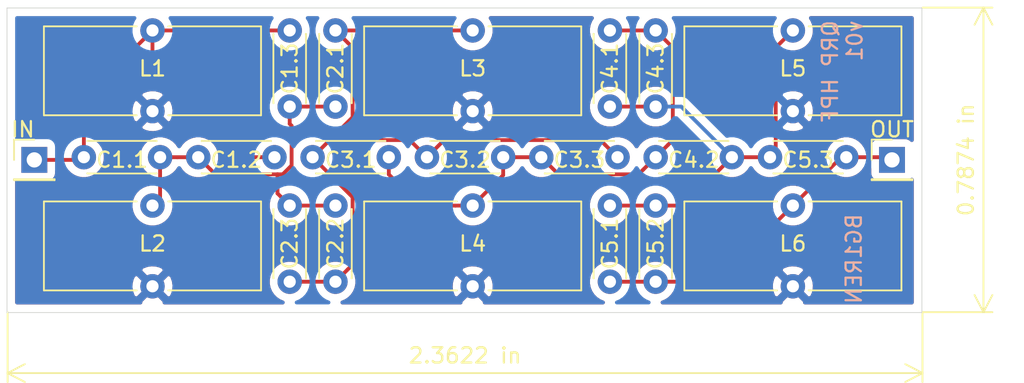
<source format=kicad_pcb>
(kicad_pcb (version 20171130) (host pcbnew 5.1.2)

  (general
    (thickness 1.6)
    (drawings 12)
    (tracks 78)
    (zones 0)
    (modules 23)
    (nets 8)
  )

  (page A4)
  (title_block
    (title "QRP HPF")
    (date 2019-04-30)
    (rev v01)
    (comment 4 "Author: BG1REN")
  )

  (layers
    (0 F.Cu signal)
    (31 B.Cu signal)
    (33 F.Adhes user)
    (35 F.Paste user)
    (36 B.SilkS user)
    (37 F.SilkS user)
    (38 B.Mask user)
    (39 F.Mask user)
    (40 Dwgs.User user)
    (41 Cmts.User user)
    (42 Eco1.User user)
    (43 Eco2.User user)
    (44 Edge.Cuts user)
    (45 Margin user)
    (46 B.CrtYd user)
    (47 F.CrtYd user)
    (49 F.Fab user)
  )

  (setup
    (last_trace_width 0.25)
    (trace_clearance 0.2)
    (zone_clearance 0.508)
    (zone_45_only no)
    (trace_min 0.2)
    (via_size 0.8)
    (via_drill 0.4)
    (via_min_size 0.4)
    (via_min_drill 0.3)
    (uvia_size 0.3)
    (uvia_drill 0.1)
    (uvias_allowed no)
    (uvia_min_size 0.2)
    (uvia_min_drill 0.1)
    (edge_width 0.05)
    (segment_width 0.2)
    (pcb_text_width 0.3)
    (pcb_text_size 1.5 1.5)
    (mod_edge_width 0.12)
    (mod_text_size 1 1)
    (mod_text_width 0.15)
    (pad_size 1.524 1.524)
    (pad_drill 0.762)
    (pad_to_mask_clearance 0.051)
    (solder_mask_min_width 0.25)
    (aux_axis_origin 0 0)
    (visible_elements FFFFFF7F)
    (pcbplotparams
      (layerselection 0x010f8_ffffffff)
      (usegerberextensions true)
      (usegerberattributes false)
      (usegerberadvancedattributes false)
      (creategerberjobfile false)
      (excludeedgelayer true)
      (linewidth 0.100000)
      (plotframeref false)
      (viasonmask false)
      (mode 1)
      (useauxorigin false)
      (hpglpennumber 1)
      (hpglpenspeed 20)
      (hpglpendiameter 15.000000)
      (psnegative false)
      (psa4output false)
      (plotreference true)
      (plotvalue true)
      (plotinvisibletext false)
      (padsonsilk false)
      (subtractmaskfromsilk false)
      (outputformat 1)
      (mirror false)
      (drillshape 0)
      (scaleselection 1)
      (outputdirectory "gerbers/"))
  )

  (net 0 "")
  (net 1 IN)
  (net 2 OUT)
  (net 3 GND)
  (net 4 "Net-(C1.1-Pad1)")
  (net 5 "Net-(C2.1-Pad1)")
  (net 6 "Net-(C3.1-Pad1)")
  (net 7 "Net-(C4.1-Pad1)")

  (net_class Default "This is the default net class."
    (clearance 0.2)
    (trace_width 0.25)
    (via_dia 0.8)
    (via_drill 0.4)
    (uvia_dia 0.3)
    (uvia_drill 0.1)
    (add_net GND)
    (add_net IN)
    (add_net "Net-(C1.1-Pad1)")
    (add_net "Net-(C2.1-Pad1)")
    (add_net "Net-(C3.1-Pad1)")
    (add_net "Net-(C4.1-Pad1)")
    (add_net OUT)
  )

  (module Connector_PinHeader_2.54mm:PinHeader_1x01_P2.54mm_Vertical (layer F.Cu) (tedit 59FED5CC) (tstamp 5CC895BE)
    (at 134.25 86.5)
    (descr "Through hole straight pin header, 1x01, 2.54mm pitch, single row")
    (tags "Through hole pin header THT 1x01 2.54mm single row")
    (path /5CCFD50A)
    (fp_text reference J1 (at 0 -2.33) (layer F.SilkS) hide
      (effects (font (size 1 1) (thickness 0.15)))
    )
    (fp_text value IN (at -0.75 -2) (layer F.SilkS)
      (effects (font (size 1 1) (thickness 0.15)))
    )
    (fp_text user %R (at 0 0 90) (layer F.Fab)
      (effects (font (size 1 1) (thickness 0.15)))
    )
    (fp_line (start 1.8 -1.8) (end -1.8 -1.8) (layer F.CrtYd) (width 0.05))
    (fp_line (start 1.8 1.8) (end 1.8 -1.8) (layer F.CrtYd) (width 0.05))
    (fp_line (start -1.8 1.8) (end 1.8 1.8) (layer F.CrtYd) (width 0.05))
    (fp_line (start -1.8 -1.8) (end -1.8 1.8) (layer F.CrtYd) (width 0.05))
    (fp_line (start -1.33 -1.33) (end 0 -1.33) (layer F.SilkS) (width 0.12))
    (fp_line (start -1.33 0) (end -1.33 -1.33) (layer F.SilkS) (width 0.12))
    (fp_line (start -1.33 1.27) (end 1.33 1.27) (layer F.SilkS) (width 0.12))
    (fp_line (start 1.33 1.27) (end 1.33 1.33) (layer F.SilkS) (width 0.12))
    (fp_line (start -1.33 1.27) (end -1.33 1.33) (layer F.SilkS) (width 0.12))
    (fp_line (start -1.33 1.33) (end 1.33 1.33) (layer F.SilkS) (width 0.12))
    (fp_line (start -1.27 -0.635) (end -0.635 -1.27) (layer F.Fab) (width 0.1))
    (fp_line (start -1.27 1.27) (end -1.27 -0.635) (layer F.Fab) (width 0.1))
    (fp_line (start 1.27 1.27) (end -1.27 1.27) (layer F.Fab) (width 0.1))
    (fp_line (start 1.27 -1.27) (end 1.27 1.27) (layer F.Fab) (width 0.1))
    (fp_line (start -0.635 -1.27) (end 1.27 -1.27) (layer F.Fab) (width 0.1))
    (pad 1 thru_hole rect (at 0 0) (size 1.7 1.7) (drill 1) (layers *.Cu *.Mask)
      (net 1 IN))
    (model ${KISYS3DMOD}/Connector_PinHeader_2.54mm.3dshapes/PinHeader_1x01_P2.54mm_Vertical.wrl
      (at (xyz 0 0 0))
      (scale (xyz 1 1 1))
      (rotate (xyz 0 0 0))
    )
  )

  (module Connector_PinHeader_2.54mm:PinHeader_1x01_P2.54mm_Vertical (layer F.Cu) (tedit 59FED5CC) (tstamp 5CC88D7D)
    (at 190.5 86.5)
    (descr "Through hole straight pin header, 1x01, 2.54mm pitch, single row")
    (tags "Through hole pin header THT 1x01 2.54mm single row")
    (path /5CCF6BE4)
    (fp_text reference J2 (at 0 -2.33) (layer F.SilkS) hide
      (effects (font (size 1 1) (thickness 0.15)))
    )
    (fp_text value OUT (at 0 -2) (layer F.SilkS)
      (effects (font (size 1 1) (thickness 0.15)))
    )
    (fp_text user %R (at 0 0 90) (layer F.Fab)
      (effects (font (size 1 1) (thickness 0.15)))
    )
    (fp_line (start 1.8 -1.8) (end -1.8 -1.8) (layer F.CrtYd) (width 0.05))
    (fp_line (start 1.8 1.8) (end 1.8 -1.8) (layer F.CrtYd) (width 0.05))
    (fp_line (start -1.8 1.8) (end 1.8 1.8) (layer F.CrtYd) (width 0.05))
    (fp_line (start -1.8 -1.8) (end -1.8 1.8) (layer F.CrtYd) (width 0.05))
    (fp_line (start -1.33 -1.33) (end 0 -1.33) (layer F.SilkS) (width 0.12))
    (fp_line (start -1.33 0) (end -1.33 -1.33) (layer F.SilkS) (width 0.12))
    (fp_line (start -1.33 1.27) (end 1.33 1.27) (layer F.SilkS) (width 0.12))
    (fp_line (start 1.33 1.27) (end 1.33 1.33) (layer F.SilkS) (width 0.12))
    (fp_line (start -1.33 1.27) (end -1.33 1.33) (layer F.SilkS) (width 0.12))
    (fp_line (start -1.33 1.33) (end 1.33 1.33) (layer F.SilkS) (width 0.12))
    (fp_line (start -1.27 -0.635) (end -0.635 -1.27) (layer F.Fab) (width 0.1))
    (fp_line (start -1.27 1.27) (end -1.27 -0.635) (layer F.Fab) (width 0.1))
    (fp_line (start 1.27 1.27) (end -1.27 1.27) (layer F.Fab) (width 0.1))
    (fp_line (start 1.27 -1.27) (end 1.27 1.27) (layer F.Fab) (width 0.1))
    (fp_line (start -0.635 -1.27) (end 1.27 -1.27) (layer F.Fab) (width 0.1))
    (pad 1 thru_hole rect (at 0 0) (size 1.7 1.7) (drill 1) (layers *.Cu *.Mask)
      (net 2 OUT))
    (model ${KISYS3DMOD}/Connector_PinHeader_2.54mm.3dshapes/PinHeader_1x01_P2.54mm_Vertical.wrl
      (at (xyz 0 0 0))
      (scale (xyz 1 1 1))
      (rotate (xyz 0 0 0))
    )
  )

  (module Capacitor_THT:C_Disc_D4.3mm_W1.9mm_P5.00mm (layer F.Cu) (tedit 5AE50EF0) (tstamp 5CC85406)
    (at 165 86.324 180)
    (descr "C, Disc series, Radial, pin pitch=5.00mm, , diameter*width=4.3*1.9mm^2, Capacitor, http://www.vishay.com/docs/45233/krseries.pdf")
    (tags "C Disc series Radial pin pitch 5.00mm  diameter 4.3mm width 1.9mm Capacitor")
    (path /5CCEE2EC)
    (fp_text reference C3.2 (at 2.5 -0.176) (layer F.SilkS)
      (effects (font (size 1 1) (thickness 0.15)))
    )
    (fp_text value 560p (at 2.5 2.2) (layer F.Fab)
      (effects (font (size 1 1) (thickness 0.15)))
    )
    (fp_text user %R (at 2.5 0) (layer F.Fab)
      (effects (font (size 0.86 0.86) (thickness 0.129)))
    )
    (fp_line (start 6.05 -1.2) (end -1.05 -1.2) (layer F.CrtYd) (width 0.05))
    (fp_line (start 6.05 1.2) (end 6.05 -1.2) (layer F.CrtYd) (width 0.05))
    (fp_line (start -1.05 1.2) (end 6.05 1.2) (layer F.CrtYd) (width 0.05))
    (fp_line (start -1.05 -1.2) (end -1.05 1.2) (layer F.CrtYd) (width 0.05))
    (fp_line (start 4.77 1.055) (end 4.77 1.07) (layer F.SilkS) (width 0.12))
    (fp_line (start 4.77 -1.07) (end 4.77 -1.055) (layer F.SilkS) (width 0.12))
    (fp_line (start 0.23 1.055) (end 0.23 1.07) (layer F.SilkS) (width 0.12))
    (fp_line (start 0.23 -1.07) (end 0.23 -1.055) (layer F.SilkS) (width 0.12))
    (fp_line (start 0.23 1.07) (end 4.77 1.07) (layer F.SilkS) (width 0.12))
    (fp_line (start 0.23 -1.07) (end 4.77 -1.07) (layer F.SilkS) (width 0.12))
    (fp_line (start 4.65 -0.95) (end 0.35 -0.95) (layer F.Fab) (width 0.1))
    (fp_line (start 4.65 0.95) (end 4.65 -0.95) (layer F.Fab) (width 0.1))
    (fp_line (start 0.35 0.95) (end 4.65 0.95) (layer F.Fab) (width 0.1))
    (fp_line (start 0.35 -0.95) (end 0.35 0.95) (layer F.Fab) (width 0.1))
    (pad 2 thru_hole circle (at 5 0 180) (size 1.6 1.6) (drill 0.8) (layers *.Cu *.Mask)
      (net 5 "Net-(C2.1-Pad1)"))
    (pad 1 thru_hole circle (at 0 0 180) (size 1.6 1.6) (drill 0.8) (layers *.Cu *.Mask)
      (net 6 "Net-(C3.1-Pad1)"))
    (model ${KISYS3DMOD}/Capacitor_THT.3dshapes/C_Disc_D4.3mm_W1.9mm_P5.00mm.wrl
      (at (xyz 0 0 0))
      (scale (xyz 1 1 1))
      (rotate (xyz 0 0 0))
    )
  )

  (module Inductor_THT:L_Toroid_Vertical_L14.0mm_W5.6mm_P5.30mm_Bourns_5700 (layer F.Cu) (tedit 5AE59B06) (tstamp 5CC8264E)
    (at 184 89.5)
    (descr "L_Toroid, Vertical series, Radial, pin pitch=5.30mm, , length*width=14*5.6mm^2, Bourns, 5700, http://www.bourns.com/docs/Product-Datasheets/5700_series.pdf")
    (tags "L_Toroid Vertical series Radial pin pitch 5.30mm  length 14mm width 5.6mm Bourns 5700")
    (path /5CC82272)
    (fp_text reference L6 (at 0 2.5) (layer F.SilkS)
      (effects (font (size 1 1) (thickness 0.15)))
    )
    (fp_text value 5.66u (at 0 7.35) (layer F.Fab)
      (effects (font (size 1 1) (thickness 0.15)))
    )
    (fp_text user %R (at 2.65 0) (layer F.Fab)
      (effects (font (size 1 1) (thickness 0.15)))
    )
    (fp_line (start 7.25 -1.06) (end -7.25 -1.06) (layer F.CrtYd) (width 0.05))
    (fp_line (start 7.25 6.35) (end 7.25 -1.06) (layer F.CrtYd) (width 0.05))
    (fp_line (start -7.25 6.35) (end 7.25 6.35) (layer F.CrtYd) (width 0.05))
    (fp_line (start -7.25 -1.06) (end -7.25 6.35) (layer F.CrtYd) (width 0.05))
    (fp_line (start 7.12 -0.27) (end 7.12 5.57) (layer F.SilkS) (width 0.12))
    (fp_line (start -7.12 -0.27) (end -7.12 5.57) (layer F.SilkS) (width 0.12))
    (fp_line (start 1.037 5.57) (end 7.12 5.57) (layer F.SilkS) (width 0.12))
    (fp_line (start -7.12 5.57) (end -1.037 5.57) (layer F.SilkS) (width 0.12))
    (fp_line (start 1.037 -0.27) (end 7.12 -0.27) (layer F.SilkS) (width 0.12))
    (fp_line (start -7.12 -0.27) (end -1.037 -0.27) (layer F.SilkS) (width 0.12))
    (fp_line (start 5.6 -0.15) (end 6.3 5.45) (layer F.Fab) (width 0.1))
    (fp_line (start 4.2 -0.15) (end 4.9 5.45) (layer F.Fab) (width 0.1))
    (fp_line (start 2.8 -0.15) (end 3.5 5.45) (layer F.Fab) (width 0.1))
    (fp_line (start 1.4 -0.15) (end 2.1 5.45) (layer F.Fab) (width 0.1))
    (fp_line (start 0 -0.15) (end 0.7 5.45) (layer F.Fab) (width 0.1))
    (fp_line (start -1.4 -0.15) (end -0.7 5.45) (layer F.Fab) (width 0.1))
    (fp_line (start -2.8 -0.15) (end -2.1 5.45) (layer F.Fab) (width 0.1))
    (fp_line (start -4.2 -0.15) (end -3.5 5.45) (layer F.Fab) (width 0.1))
    (fp_line (start -5.6 -0.15) (end -4.9 5.45) (layer F.Fab) (width 0.1))
    (fp_line (start -7 -0.15) (end -6.3 5.45) (layer F.Fab) (width 0.1))
    (fp_line (start 7 -0.15) (end -7 -0.15) (layer F.Fab) (width 0.1))
    (fp_line (start 7 5.45) (end 7 -0.15) (layer F.Fab) (width 0.1))
    (fp_line (start -7 5.45) (end 7 5.45) (layer F.Fab) (width 0.1))
    (fp_line (start -7 -0.15) (end -7 5.45) (layer F.Fab) (width 0.1))
    (pad 2 thru_hole circle (at 0 5.3) (size 1.6 1.6) (drill 0.8) (layers *.Cu *.Mask)
      (net 3 GND))
    (pad 1 thru_hole circle (at 0 0) (size 1.6 1.6) (drill 0.8) (layers *.Cu *.Mask)
      (net 2 OUT))
    (model ${KISYS3DMOD}/Inductor_THT.3dshapes/L_Toroid_Vertical_L14.0mm_W5.6mm_P5.30mm_Bourns_5700.wrl
      (at (xyz 0 0 0))
      (scale (xyz 1 1 1))
      (rotate (xyz 0 0 0))
    )
  )

  (module Inductor_THT:L_Toroid_Vertical_L14.0mm_W5.6mm_P5.30mm_Bourns_5700 (layer F.Cu) (tedit 5AE59B06) (tstamp 5CC8262F)
    (at 184 78)
    (descr "L_Toroid, Vertical series, Radial, pin pitch=5.30mm, , length*width=14*5.6mm^2, Bourns, 5700, http://www.bourns.com/docs/Product-Datasheets/5700_series.pdf")
    (tags "L_Toroid Vertical series Radial pin pitch 5.30mm  length 14mm width 5.6mm Bourns 5700")
    (path /5CC81C69)
    (fp_text reference L5 (at 0 2.5) (layer F.SilkS)
      (effects (font (size 1 1) (thickness 0.15)))
    )
    (fp_text value 2.59u (at 0 7.35) (layer F.Fab)
      (effects (font (size 1 1) (thickness 0.15)))
    )
    (fp_text user %R (at 2.65 0) (layer F.Fab)
      (effects (font (size 1 1) (thickness 0.15)))
    )
    (fp_line (start 7.25 -1.06) (end -7.25 -1.06) (layer F.CrtYd) (width 0.05))
    (fp_line (start 7.25 6.35) (end 7.25 -1.06) (layer F.CrtYd) (width 0.05))
    (fp_line (start -7.25 6.35) (end 7.25 6.35) (layer F.CrtYd) (width 0.05))
    (fp_line (start -7.25 -1.06) (end -7.25 6.35) (layer F.CrtYd) (width 0.05))
    (fp_line (start 7.12 -0.27) (end 7.12 5.57) (layer F.SilkS) (width 0.12))
    (fp_line (start -7.12 -0.27) (end -7.12 5.57) (layer F.SilkS) (width 0.12))
    (fp_line (start 1.037 5.57) (end 7.12 5.57) (layer F.SilkS) (width 0.12))
    (fp_line (start -7.12 5.57) (end -1.037 5.57) (layer F.SilkS) (width 0.12))
    (fp_line (start 1.037 -0.27) (end 7.12 -0.27) (layer F.SilkS) (width 0.12))
    (fp_line (start -7.12 -0.27) (end -1.037 -0.27) (layer F.SilkS) (width 0.12))
    (fp_line (start 5.6 -0.15) (end 6.3 5.45) (layer F.Fab) (width 0.1))
    (fp_line (start 4.2 -0.15) (end 4.9 5.45) (layer F.Fab) (width 0.1))
    (fp_line (start 2.8 -0.15) (end 3.5 5.45) (layer F.Fab) (width 0.1))
    (fp_line (start 1.4 -0.15) (end 2.1 5.45) (layer F.Fab) (width 0.1))
    (fp_line (start 0 -0.15) (end 0.7 5.45) (layer F.Fab) (width 0.1))
    (fp_line (start -1.4 -0.15) (end -0.7 5.45) (layer F.Fab) (width 0.1))
    (fp_line (start -2.8 -0.15) (end -2.1 5.45) (layer F.Fab) (width 0.1))
    (fp_line (start -4.2 -0.15) (end -3.5 5.45) (layer F.Fab) (width 0.1))
    (fp_line (start -5.6 -0.15) (end -4.9 5.45) (layer F.Fab) (width 0.1))
    (fp_line (start -7 -0.15) (end -6.3 5.45) (layer F.Fab) (width 0.1))
    (fp_line (start 7 -0.15) (end -7 -0.15) (layer F.Fab) (width 0.1))
    (fp_line (start 7 5.45) (end 7 -0.15) (layer F.Fab) (width 0.1))
    (fp_line (start -7 5.45) (end 7 5.45) (layer F.Fab) (width 0.1))
    (fp_line (start -7 -0.15) (end -7 5.45) (layer F.Fab) (width 0.1))
    (pad 2 thru_hole circle (at 0 5.3) (size 1.6 1.6) (drill 0.8) (layers *.Cu *.Mask)
      (net 3 GND))
    (pad 1 thru_hole circle (at 0 0) (size 1.6 1.6) (drill 0.8) (layers *.Cu *.Mask)
      (net 7 "Net-(C4.1-Pad1)"))
    (model ${KISYS3DMOD}/Inductor_THT.3dshapes/L_Toroid_Vertical_L14.0mm_W5.6mm_P5.30mm_Bourns_5700.wrl
      (at (xyz 0 0 0))
      (scale (xyz 1 1 1))
      (rotate (xyz 0 0 0))
    )
  )

  (module Inductor_THT:L_Toroid_Vertical_L14.0mm_W5.6mm_P5.30mm_Bourns_5700 (layer F.Cu) (tedit 5AE59B06) (tstamp 5CC82610)
    (at 163 89.5)
    (descr "L_Toroid, Vertical series, Radial, pin pitch=5.30mm, , length*width=14*5.6mm^2, Bourns, 5700, http://www.bourns.com/docs/Product-Datasheets/5700_series.pdf")
    (tags "L_Toroid Vertical series Radial pin pitch 5.30mm  length 14mm width 5.6mm Bourns 5700")
    (path /5CC81702)
    (fp_text reference L4 (at 0 2.5) (layer F.SilkS)
      (effects (font (size 1 1) (thickness 0.15)))
    )
    (fp_text value 2.37u (at 0 7.35) (layer F.Fab)
      (effects (font (size 1 1) (thickness 0.15)))
    )
    (fp_text user %R (at 2.65 0) (layer F.Fab)
      (effects (font (size 1 1) (thickness 0.15)))
    )
    (fp_line (start 7.25 -1.06) (end -7.25 -1.06) (layer F.CrtYd) (width 0.05))
    (fp_line (start 7.25 6.35) (end 7.25 -1.06) (layer F.CrtYd) (width 0.05))
    (fp_line (start -7.25 6.35) (end 7.25 6.35) (layer F.CrtYd) (width 0.05))
    (fp_line (start -7.25 -1.06) (end -7.25 6.35) (layer F.CrtYd) (width 0.05))
    (fp_line (start 7.12 -0.27) (end 7.12 5.57) (layer F.SilkS) (width 0.12))
    (fp_line (start -7.12 -0.27) (end -7.12 5.57) (layer F.SilkS) (width 0.12))
    (fp_line (start 1.037 5.57) (end 7.12 5.57) (layer F.SilkS) (width 0.12))
    (fp_line (start -7.12 5.57) (end -1.037 5.57) (layer F.SilkS) (width 0.12))
    (fp_line (start 1.037 -0.27) (end 7.12 -0.27) (layer F.SilkS) (width 0.12))
    (fp_line (start -7.12 -0.27) (end -1.037 -0.27) (layer F.SilkS) (width 0.12))
    (fp_line (start 5.6 -0.15) (end 6.3 5.45) (layer F.Fab) (width 0.1))
    (fp_line (start 4.2 -0.15) (end 4.9 5.45) (layer F.Fab) (width 0.1))
    (fp_line (start 2.8 -0.15) (end 3.5 5.45) (layer F.Fab) (width 0.1))
    (fp_line (start 1.4 -0.15) (end 2.1 5.45) (layer F.Fab) (width 0.1))
    (fp_line (start 0 -0.15) (end 0.7 5.45) (layer F.Fab) (width 0.1))
    (fp_line (start -1.4 -0.15) (end -0.7 5.45) (layer F.Fab) (width 0.1))
    (fp_line (start -2.8 -0.15) (end -2.1 5.45) (layer F.Fab) (width 0.1))
    (fp_line (start -4.2 -0.15) (end -3.5 5.45) (layer F.Fab) (width 0.1))
    (fp_line (start -5.6 -0.15) (end -4.9 5.45) (layer F.Fab) (width 0.1))
    (fp_line (start -7 -0.15) (end -6.3 5.45) (layer F.Fab) (width 0.1))
    (fp_line (start 7 -0.15) (end -7 -0.15) (layer F.Fab) (width 0.1))
    (fp_line (start 7 5.45) (end 7 -0.15) (layer F.Fab) (width 0.1))
    (fp_line (start -7 5.45) (end 7 5.45) (layer F.Fab) (width 0.1))
    (fp_line (start -7 -0.15) (end -7 5.45) (layer F.Fab) (width 0.1))
    (pad 2 thru_hole circle (at 0 5.3) (size 1.6 1.6) (drill 0.8) (layers *.Cu *.Mask)
      (net 3 GND))
    (pad 1 thru_hole circle (at 0 0) (size 1.6 1.6) (drill 0.8) (layers *.Cu *.Mask)
      (net 6 "Net-(C3.1-Pad1)"))
    (model ${KISYS3DMOD}/Inductor_THT.3dshapes/L_Toroid_Vertical_L14.0mm_W5.6mm_P5.30mm_Bourns_5700.wrl
      (at (xyz 0 0 0))
      (scale (xyz 1 1 1))
      (rotate (xyz 0 0 0))
    )
  )

  (module Inductor_THT:L_Toroid_Vertical_L14.0mm_W5.6mm_P5.30mm_Bourns_5700 (layer F.Cu) (tedit 5AE59B06) (tstamp 5CC825F1)
    (at 163 78)
    (descr "L_Toroid, Vertical series, Radial, pin pitch=5.30mm, , length*width=14*5.6mm^2, Bourns, 5700, http://www.bourns.com/docs/Product-Datasheets/5700_series.pdf")
    (tags "L_Toroid Vertical series Radial pin pitch 5.30mm  length 14mm width 5.6mm Bourns 5700")
    (path /5CC81114)
    (fp_text reference L3 (at 0 2.5) (layer F.SilkS)
      (effects (font (size 1 1) (thickness 0.15)))
    )
    (fp_text value 2.37u (at 0 7.35) (layer F.Fab)
      (effects (font (size 1 1) (thickness 0.15)))
    )
    (fp_text user %R (at 2.65 0) (layer F.Fab)
      (effects (font (size 1 1) (thickness 0.15)))
    )
    (fp_line (start 7.25 -1.06) (end -7.25 -1.06) (layer F.CrtYd) (width 0.05))
    (fp_line (start 7.25 6.35) (end 7.25 -1.06) (layer F.CrtYd) (width 0.05))
    (fp_line (start -7.25 6.35) (end 7.25 6.35) (layer F.CrtYd) (width 0.05))
    (fp_line (start -7.25 -1.06) (end -7.25 6.35) (layer F.CrtYd) (width 0.05))
    (fp_line (start 7.12 -0.27) (end 7.12 5.57) (layer F.SilkS) (width 0.12))
    (fp_line (start -7.12 -0.27) (end -7.12 5.57) (layer F.SilkS) (width 0.12))
    (fp_line (start 1.037 5.57) (end 7.12 5.57) (layer F.SilkS) (width 0.12))
    (fp_line (start -7.12 5.57) (end -1.037 5.57) (layer F.SilkS) (width 0.12))
    (fp_line (start 1.037 -0.27) (end 7.12 -0.27) (layer F.SilkS) (width 0.12))
    (fp_line (start -7.12 -0.27) (end -1.037 -0.27) (layer F.SilkS) (width 0.12))
    (fp_line (start 5.6 -0.15) (end 6.3 5.45) (layer F.Fab) (width 0.1))
    (fp_line (start 4.2 -0.15) (end 4.9 5.45) (layer F.Fab) (width 0.1))
    (fp_line (start 2.8 -0.15) (end 3.5 5.45) (layer F.Fab) (width 0.1))
    (fp_line (start 1.4 -0.15) (end 2.1 5.45) (layer F.Fab) (width 0.1))
    (fp_line (start 0 -0.15) (end 0.7 5.45) (layer F.Fab) (width 0.1))
    (fp_line (start -1.4 -0.15) (end -0.7 5.45) (layer F.Fab) (width 0.1))
    (fp_line (start -2.8 -0.15) (end -2.1 5.45) (layer F.Fab) (width 0.1))
    (fp_line (start -4.2 -0.15) (end -3.5 5.45) (layer F.Fab) (width 0.1))
    (fp_line (start -5.6 -0.15) (end -4.9 5.45) (layer F.Fab) (width 0.1))
    (fp_line (start -7 -0.15) (end -6.3 5.45) (layer F.Fab) (width 0.1))
    (fp_line (start 7 -0.15) (end -7 -0.15) (layer F.Fab) (width 0.1))
    (fp_line (start 7 5.45) (end 7 -0.15) (layer F.Fab) (width 0.1))
    (fp_line (start -7 5.45) (end 7 5.45) (layer F.Fab) (width 0.1))
    (fp_line (start -7 -0.15) (end -7 5.45) (layer F.Fab) (width 0.1))
    (pad 2 thru_hole circle (at 0 5.3) (size 1.6 1.6) (drill 0.8) (layers *.Cu *.Mask)
      (net 3 GND))
    (pad 1 thru_hole circle (at 0 0) (size 1.6 1.6) (drill 0.8) (layers *.Cu *.Mask)
      (net 5 "Net-(C2.1-Pad1)"))
    (model ${KISYS3DMOD}/Inductor_THT.3dshapes/L_Toroid_Vertical_L14.0mm_W5.6mm_P5.30mm_Bourns_5700.wrl
      (at (xyz 0 0 0))
      (scale (xyz 1 1 1))
      (rotate (xyz 0 0 0))
    )
  )

  (module Inductor_THT:L_Toroid_Vertical_L14.0mm_W5.6mm_P5.30mm_Bourns_5700 (layer F.Cu) (tedit 5AE59B06) (tstamp 5CC84427)
    (at 142 89.5)
    (descr "L_Toroid, Vertical series, Radial, pin pitch=5.30mm, , length*width=14*5.6mm^2, Bourns, 5700, http://www.bourns.com/docs/Product-Datasheets/5700_series.pdf")
    (tags "L_Toroid Vertical series Radial pin pitch 5.30mm  length 14mm width 5.6mm Bourns 5700")
    (path /5CC7D986)
    (fp_text reference L2 (at 0 2.5) (layer F.SilkS)
      (effects (font (size 1 1) (thickness 0.15)))
    )
    (fp_text value 2.59u (at 0 7.35) (layer F.Fab)
      (effects (font (size 1 1) (thickness 0.15)))
    )
    (fp_text user %R (at 2.65 0) (layer F.Fab)
      (effects (font (size 1 1) (thickness 0.15)))
    )
    (fp_line (start 7.25 -1.06) (end -7.25 -1.06) (layer F.CrtYd) (width 0.05))
    (fp_line (start 7.25 6.35) (end 7.25 -1.06) (layer F.CrtYd) (width 0.05))
    (fp_line (start -7.25 6.35) (end 7.25 6.35) (layer F.CrtYd) (width 0.05))
    (fp_line (start -7.25 -1.06) (end -7.25 6.35) (layer F.CrtYd) (width 0.05))
    (fp_line (start 7.12 -0.27) (end 7.12 5.57) (layer F.SilkS) (width 0.12))
    (fp_line (start -7.12 -0.27) (end -7.12 5.57) (layer F.SilkS) (width 0.12))
    (fp_line (start 1.037 5.57) (end 7.12 5.57) (layer F.SilkS) (width 0.12))
    (fp_line (start -7.12 5.57) (end -1.037 5.57) (layer F.SilkS) (width 0.12))
    (fp_line (start 1.037 -0.27) (end 7.12 -0.27) (layer F.SilkS) (width 0.12))
    (fp_line (start -7.12 -0.27) (end -1.037 -0.27) (layer F.SilkS) (width 0.12))
    (fp_line (start 5.6 -0.15) (end 6.3 5.45) (layer F.Fab) (width 0.1))
    (fp_line (start 4.2 -0.15) (end 4.9 5.45) (layer F.Fab) (width 0.1))
    (fp_line (start 2.8 -0.15) (end 3.5 5.45) (layer F.Fab) (width 0.1))
    (fp_line (start 1.4 -0.15) (end 2.1 5.45) (layer F.Fab) (width 0.1))
    (fp_line (start 0 -0.15) (end 0.7 5.45) (layer F.Fab) (width 0.1))
    (fp_line (start -1.4 -0.15) (end -0.7 5.45) (layer F.Fab) (width 0.1))
    (fp_line (start -2.8 -0.15) (end -2.1 5.45) (layer F.Fab) (width 0.1))
    (fp_line (start -4.2 -0.15) (end -3.5 5.45) (layer F.Fab) (width 0.1))
    (fp_line (start -5.6 -0.15) (end -4.9 5.45) (layer F.Fab) (width 0.1))
    (fp_line (start -7 -0.15) (end -6.3 5.45) (layer F.Fab) (width 0.1))
    (fp_line (start 7 -0.15) (end -7 -0.15) (layer F.Fab) (width 0.1))
    (fp_line (start 7 5.45) (end 7 -0.15) (layer F.Fab) (width 0.1))
    (fp_line (start -7 5.45) (end 7 5.45) (layer F.Fab) (width 0.1))
    (fp_line (start -7 -0.15) (end -7 5.45) (layer F.Fab) (width 0.1))
    (pad 2 thru_hole circle (at 0 5.3) (size 1.6 1.6) (drill 0.8) (layers *.Cu *.Mask)
      (net 3 GND))
    (pad 1 thru_hole circle (at 0 0) (size 1.6 1.6) (drill 0.8) (layers *.Cu *.Mask)
      (net 4 "Net-(C1.1-Pad1)"))
    (model ${KISYS3DMOD}/Inductor_THT.3dshapes/L_Toroid_Vertical_L14.0mm_W5.6mm_P5.30mm_Bourns_5700.wrl
      (at (xyz 0 0 0))
      (scale (xyz 1 1 1))
      (rotate (xyz 0 0 0))
    )
  )

  (module Inductor_THT:L_Toroid_Vertical_L14.0mm_W5.6mm_P5.30mm_Bourns_5700 (layer F.Cu) (tedit 5AE59B06) (tstamp 5CC825B3)
    (at 142 78)
    (descr "L_Toroid, Vertical series, Radial, pin pitch=5.30mm, , length*width=14*5.6mm^2, Bourns, 5700, http://www.bourns.com/docs/Product-Datasheets/5700_series.pdf")
    (tags "L_Toroid Vertical series Radial pin pitch 5.30mm  length 14mm width 5.6mm Bourns 5700")
    (path /5CC7CD26)
    (fp_text reference L1 (at 0 2.5) (layer F.SilkS)
      (effects (font (size 1 1) (thickness 0.15)))
    )
    (fp_text value 5.66u (at 0 7.35) (layer F.Fab)
      (effects (font (size 1 1) (thickness 0.15)))
    )
    (fp_text user %R (at 2.65 0) (layer F.Fab)
      (effects (font (size 1 1) (thickness 0.15)))
    )
    (fp_line (start 7.25 -1.06) (end -7.25 -1.06) (layer F.CrtYd) (width 0.05))
    (fp_line (start 7.25 6.35) (end 7.25 -1.06) (layer F.CrtYd) (width 0.05))
    (fp_line (start -7.25 6.35) (end 7.25 6.35) (layer F.CrtYd) (width 0.05))
    (fp_line (start -7.25 -1.06) (end -7.25 6.35) (layer F.CrtYd) (width 0.05))
    (fp_line (start 7.12 -0.27) (end 7.12 5.57) (layer F.SilkS) (width 0.12))
    (fp_line (start -7.12 -0.27) (end -7.12 5.57) (layer F.SilkS) (width 0.12))
    (fp_line (start 1.037 5.57) (end 7.12 5.57) (layer F.SilkS) (width 0.12))
    (fp_line (start -7.12 5.57) (end -1.037 5.57) (layer F.SilkS) (width 0.12))
    (fp_line (start 1.037 -0.27) (end 7.12 -0.27) (layer F.SilkS) (width 0.12))
    (fp_line (start -7.12 -0.27) (end -1.037 -0.27) (layer F.SilkS) (width 0.12))
    (fp_line (start 5.6 -0.15) (end 6.3 5.45) (layer F.Fab) (width 0.1))
    (fp_line (start 4.2 -0.15) (end 4.9 5.45) (layer F.Fab) (width 0.1))
    (fp_line (start 2.8 -0.15) (end 3.5 5.45) (layer F.Fab) (width 0.1))
    (fp_line (start 1.4 -0.15) (end 2.1 5.45) (layer F.Fab) (width 0.1))
    (fp_line (start 0 -0.15) (end 0.7 5.45) (layer F.Fab) (width 0.1))
    (fp_line (start -1.4 -0.15) (end -0.7 5.45) (layer F.Fab) (width 0.1))
    (fp_line (start -2.8 -0.15) (end -2.1 5.45) (layer F.Fab) (width 0.1))
    (fp_line (start -4.2 -0.15) (end -3.5 5.45) (layer F.Fab) (width 0.1))
    (fp_line (start -5.6 -0.15) (end -4.9 5.45) (layer F.Fab) (width 0.1))
    (fp_line (start -7 -0.15) (end -6.3 5.45) (layer F.Fab) (width 0.1))
    (fp_line (start 7 -0.15) (end -7 -0.15) (layer F.Fab) (width 0.1))
    (fp_line (start 7 5.45) (end 7 -0.15) (layer F.Fab) (width 0.1))
    (fp_line (start -7 5.45) (end 7 5.45) (layer F.Fab) (width 0.1))
    (fp_line (start -7 -0.15) (end -7 5.45) (layer F.Fab) (width 0.1))
    (pad 2 thru_hole circle (at 0 5.3) (size 1.6 1.6) (drill 0.8) (layers *.Cu *.Mask)
      (net 3 GND))
    (pad 1 thru_hole circle (at 0 0) (size 1.6 1.6) (drill 0.8) (layers *.Cu *.Mask)
      (net 1 IN))
    (model ${KISYS3DMOD}/Inductor_THT.3dshapes/L_Toroid_Vertical_L14.0mm_W5.6mm_P5.30mm_Bourns_5700.wrl
      (at (xyz 0 0 0))
      (scale (xyz 1 1 1))
      (rotate (xyz 0 0 0))
    )
  )

  (module Capacitor_THT:C_Disc_D4.3mm_W1.9mm_P5.00mm (layer F.Cu) (tedit 5AE50EF0) (tstamp 5CC82566)
    (at 187.5 86.324 180)
    (descr "C, Disc series, Radial, pin pitch=5.00mm, , diameter*width=4.3*1.9mm^2, Capacitor, http://www.vishay.com/docs/45233/krseries.pdf")
    (tags "C Disc series Radial pin pitch 5.00mm  diameter 4.3mm width 1.9mm Capacitor")
    (path /5CC8460A)
    (fp_text reference C5.3 (at 2.5 -0.176) (layer F.SilkS)
      (effects (font (size 1 1) (thickness 0.15)))
    )
    (fp_text value 470p (at 2.5 2.2) (layer F.Fab)
      (effects (font (size 1 1) (thickness 0.15)))
    )
    (fp_text user %R (at 2.5 0) (layer F.Fab)
      (effects (font (size 0.86 0.86) (thickness 0.129)))
    )
    (fp_line (start 6.05 -1.2) (end -1.05 -1.2) (layer F.CrtYd) (width 0.05))
    (fp_line (start 6.05 1.2) (end 6.05 -1.2) (layer F.CrtYd) (width 0.05))
    (fp_line (start -1.05 1.2) (end 6.05 1.2) (layer F.CrtYd) (width 0.05))
    (fp_line (start -1.05 -1.2) (end -1.05 1.2) (layer F.CrtYd) (width 0.05))
    (fp_line (start 4.77 1.055) (end 4.77 1.07) (layer F.SilkS) (width 0.12))
    (fp_line (start 4.77 -1.07) (end 4.77 -1.055) (layer F.SilkS) (width 0.12))
    (fp_line (start 0.23 1.055) (end 0.23 1.07) (layer F.SilkS) (width 0.12))
    (fp_line (start 0.23 -1.07) (end 0.23 -1.055) (layer F.SilkS) (width 0.12))
    (fp_line (start 0.23 1.07) (end 4.77 1.07) (layer F.SilkS) (width 0.12))
    (fp_line (start 0.23 -1.07) (end 4.77 -1.07) (layer F.SilkS) (width 0.12))
    (fp_line (start 4.65 -0.95) (end 0.35 -0.95) (layer F.Fab) (width 0.1))
    (fp_line (start 4.65 0.95) (end 4.65 -0.95) (layer F.Fab) (width 0.1))
    (fp_line (start 0.35 0.95) (end 4.65 0.95) (layer F.Fab) (width 0.1))
    (fp_line (start 0.35 -0.95) (end 0.35 0.95) (layer F.Fab) (width 0.1))
    (pad 2 thru_hole circle (at 5 0 180) (size 1.6 1.6) (drill 0.8) (layers *.Cu *.Mask)
      (net 7 "Net-(C4.1-Pad1)"))
    (pad 1 thru_hole circle (at 0 0 180) (size 1.6 1.6) (drill 0.8) (layers *.Cu *.Mask)
      (net 2 OUT))
    (model ${KISYS3DMOD}/Capacitor_THT.3dshapes/C_Disc_D4.3mm_W1.9mm_P5.00mm.wrl
      (at (xyz 0 0 0))
      (scale (xyz 1 1 1))
      (rotate (xyz 0 0 0))
    )
  )

  (module Capacitor_THT:C_Disc_D4.3mm_W1.9mm_P5.00mm (layer F.Cu) (tedit 5AE50EF0) (tstamp 5CC82551)
    (at 175 94.5 90)
    (descr "C, Disc series, Radial, pin pitch=5.00mm, , diameter*width=4.3*1.9mm^2, Capacitor, http://www.vishay.com/docs/45233/krseries.pdf")
    (tags "C Disc series Radial pin pitch 5.00mm  diameter 4.3mm width 1.9mm Capacitor")
    (path /5CC89444)
    (fp_text reference C5.2 (at 2.5 0 90) (layer F.SilkS)
      (effects (font (size 1 1) (thickness 0.15)))
    )
    (fp_text value 470p (at 2.5 2.2 90) (layer F.Fab)
      (effects (font (size 1 1) (thickness 0.15)))
    )
    (fp_text user %R (at 2.5 0 90) (layer F.Fab)
      (effects (font (size 0.86 0.86) (thickness 0.129)))
    )
    (fp_line (start 6.05 -1.2) (end -1.05 -1.2) (layer F.CrtYd) (width 0.05))
    (fp_line (start 6.05 1.2) (end 6.05 -1.2) (layer F.CrtYd) (width 0.05))
    (fp_line (start -1.05 1.2) (end 6.05 1.2) (layer F.CrtYd) (width 0.05))
    (fp_line (start -1.05 -1.2) (end -1.05 1.2) (layer F.CrtYd) (width 0.05))
    (fp_line (start 4.77 1.055) (end 4.77 1.07) (layer F.SilkS) (width 0.12))
    (fp_line (start 4.77 -1.07) (end 4.77 -1.055) (layer F.SilkS) (width 0.12))
    (fp_line (start 0.23 1.055) (end 0.23 1.07) (layer F.SilkS) (width 0.12))
    (fp_line (start 0.23 -1.07) (end 0.23 -1.055) (layer F.SilkS) (width 0.12))
    (fp_line (start 0.23 1.07) (end 4.77 1.07) (layer F.SilkS) (width 0.12))
    (fp_line (start 0.23 -1.07) (end 4.77 -1.07) (layer F.SilkS) (width 0.12))
    (fp_line (start 4.65 -0.95) (end 0.35 -0.95) (layer F.Fab) (width 0.1))
    (fp_line (start 4.65 0.95) (end 4.65 -0.95) (layer F.Fab) (width 0.1))
    (fp_line (start 0.35 0.95) (end 4.65 0.95) (layer F.Fab) (width 0.1))
    (fp_line (start 0.35 -0.95) (end 0.35 0.95) (layer F.Fab) (width 0.1))
    (pad 2 thru_hole circle (at 5 0 90) (size 1.6 1.6) (drill 0.8) (layers *.Cu *.Mask)
      (net 7 "Net-(C4.1-Pad1)"))
    (pad 1 thru_hole circle (at 0 0 90) (size 1.6 1.6) (drill 0.8) (layers *.Cu *.Mask)
      (net 2 OUT))
    (model ${KISYS3DMOD}/Capacitor_THT.3dshapes/C_Disc_D4.3mm_W1.9mm_P5.00mm.wrl
      (at (xyz 0 0 0))
      (scale (xyz 1 1 1))
      (rotate (xyz 0 0 0))
    )
  )

  (module Capacitor_THT:C_Disc_D4.3mm_W1.9mm_P5.00mm (layer F.Cu) (tedit 5AE50EF0) (tstamp 5CC8253C)
    (at 172 94.5 90)
    (descr "C, Disc series, Radial, pin pitch=5.00mm, , diameter*width=4.3*1.9mm^2, Capacitor, http://www.vishay.com/docs/45233/krseries.pdf")
    (tags "C Disc series Radial pin pitch 5.00mm  diameter 4.3mm width 1.9mm Capacitor")
    (path /5CC8AD17)
    (fp_text reference C5.1 (at 2.5 0 90) (layer F.SilkS)
      (effects (font (size 1 1) (thickness 0.15)))
    )
    (fp_text value 330p (at 2.5 2.2 90) (layer F.Fab)
      (effects (font (size 1 1) (thickness 0.15)))
    )
    (fp_text user %R (at 2.5 0 90) (layer F.Fab)
      (effects (font (size 0.86 0.86) (thickness 0.129)))
    )
    (fp_line (start 6.05 -1.2) (end -1.05 -1.2) (layer F.CrtYd) (width 0.05))
    (fp_line (start 6.05 1.2) (end 6.05 -1.2) (layer F.CrtYd) (width 0.05))
    (fp_line (start -1.05 1.2) (end 6.05 1.2) (layer F.CrtYd) (width 0.05))
    (fp_line (start -1.05 -1.2) (end -1.05 1.2) (layer F.CrtYd) (width 0.05))
    (fp_line (start 4.77 1.055) (end 4.77 1.07) (layer F.SilkS) (width 0.12))
    (fp_line (start 4.77 -1.07) (end 4.77 -1.055) (layer F.SilkS) (width 0.12))
    (fp_line (start 0.23 1.055) (end 0.23 1.07) (layer F.SilkS) (width 0.12))
    (fp_line (start 0.23 -1.07) (end 0.23 -1.055) (layer F.SilkS) (width 0.12))
    (fp_line (start 0.23 1.07) (end 4.77 1.07) (layer F.SilkS) (width 0.12))
    (fp_line (start 0.23 -1.07) (end 4.77 -1.07) (layer F.SilkS) (width 0.12))
    (fp_line (start 4.65 -0.95) (end 0.35 -0.95) (layer F.Fab) (width 0.1))
    (fp_line (start 4.65 0.95) (end 4.65 -0.95) (layer F.Fab) (width 0.1))
    (fp_line (start 0.35 0.95) (end 4.65 0.95) (layer F.Fab) (width 0.1))
    (fp_line (start 0.35 -0.95) (end 0.35 0.95) (layer F.Fab) (width 0.1))
    (pad 2 thru_hole circle (at 5 0 90) (size 1.6 1.6) (drill 0.8) (layers *.Cu *.Mask)
      (net 7 "Net-(C4.1-Pad1)"))
    (pad 1 thru_hole circle (at 0 0 90) (size 1.6 1.6) (drill 0.8) (layers *.Cu *.Mask)
      (net 2 OUT))
    (model ${KISYS3DMOD}/Capacitor_THT.3dshapes/C_Disc_D4.3mm_W1.9mm_P5.00mm.wrl
      (at (xyz 0 0 0))
      (scale (xyz 1 1 1))
      (rotate (xyz 0 0 0))
    )
  )

  (module Capacitor_THT:C_Disc_D4.3mm_W1.9mm_P5.00mm (layer F.Cu) (tedit 5AE50EF0) (tstamp 5CC82527)
    (at 175 83 90)
    (descr "C, Disc series, Radial, pin pitch=5.00mm, , diameter*width=4.3*1.9mm^2, Capacitor, http://www.vishay.com/docs/45233/krseries.pdf")
    (tags "C Disc series Radial pin pitch 5.00mm  diameter 4.3mm width 1.9mm Capacitor")
    (path /5CC83E61)
    (fp_text reference C4.3 (at 2.5 0 90) (layer F.SilkS)
      (effects (font (size 1 1) (thickness 0.15)))
    )
    (fp_text value 1000p (at 2.5 2.2 90) (layer F.Fab)
      (effects (font (size 1 1) (thickness 0.15)))
    )
    (fp_text user %R (at 2.5 0 90) (layer F.Fab)
      (effects (font (size 0.86 0.86) (thickness 0.129)))
    )
    (fp_line (start 6.05 -1.2) (end -1.05 -1.2) (layer F.CrtYd) (width 0.05))
    (fp_line (start 6.05 1.2) (end 6.05 -1.2) (layer F.CrtYd) (width 0.05))
    (fp_line (start -1.05 1.2) (end 6.05 1.2) (layer F.CrtYd) (width 0.05))
    (fp_line (start -1.05 -1.2) (end -1.05 1.2) (layer F.CrtYd) (width 0.05))
    (fp_line (start 4.77 1.055) (end 4.77 1.07) (layer F.SilkS) (width 0.12))
    (fp_line (start 4.77 -1.07) (end 4.77 -1.055) (layer F.SilkS) (width 0.12))
    (fp_line (start 0.23 1.055) (end 0.23 1.07) (layer F.SilkS) (width 0.12))
    (fp_line (start 0.23 -1.07) (end 0.23 -1.055) (layer F.SilkS) (width 0.12))
    (fp_line (start 0.23 1.07) (end 4.77 1.07) (layer F.SilkS) (width 0.12))
    (fp_line (start 0.23 -1.07) (end 4.77 -1.07) (layer F.SilkS) (width 0.12))
    (fp_line (start 4.65 -0.95) (end 0.35 -0.95) (layer F.Fab) (width 0.1))
    (fp_line (start 4.65 0.95) (end 4.65 -0.95) (layer F.Fab) (width 0.1))
    (fp_line (start 0.35 0.95) (end 4.65 0.95) (layer F.Fab) (width 0.1))
    (fp_line (start 0.35 -0.95) (end 0.35 0.95) (layer F.Fab) (width 0.1))
    (pad 2 thru_hole circle (at 5 0 90) (size 1.6 1.6) (drill 0.8) (layers *.Cu *.Mask)
      (net 6 "Net-(C3.1-Pad1)"))
    (pad 1 thru_hole circle (at 0 0 90) (size 1.6 1.6) (drill 0.8) (layers *.Cu *.Mask)
      (net 7 "Net-(C4.1-Pad1)"))
    (model ${KISYS3DMOD}/Capacitor_THT.3dshapes/C_Disc_D4.3mm_W1.9mm_P5.00mm.wrl
      (at (xyz 0 0 0))
      (scale (xyz 1 1 1))
      (rotate (xyz 0 0 0))
    )
  )

  (module Capacitor_THT:C_Disc_D4.3mm_W1.9mm_P5.00mm (layer F.Cu) (tedit 5AE50EF0) (tstamp 5CC82512)
    (at 180 86.324 180)
    (descr "C, Disc series, Radial, pin pitch=5.00mm, , diameter*width=4.3*1.9mm^2, Capacitor, http://www.vishay.com/docs/45233/krseries.pdf")
    (tags "C Disc series Radial pin pitch 5.00mm  diameter 4.3mm width 1.9mm Capacitor")
    (path /5CC88FC0)
    (fp_text reference C4.2 (at 2.5 -0.176) (layer F.SilkS)
      (effects (font (size 1 1) (thickness 0.15)))
    )
    (fp_text value 56p (at 2.5 2.2) (layer F.Fab)
      (effects (font (size 1 1) (thickness 0.15)))
    )
    (fp_text user %R (at 2.5 0) (layer F.Fab)
      (effects (font (size 0.86 0.86) (thickness 0.129)))
    )
    (fp_line (start 6.05 -1.2) (end -1.05 -1.2) (layer F.CrtYd) (width 0.05))
    (fp_line (start 6.05 1.2) (end 6.05 -1.2) (layer F.CrtYd) (width 0.05))
    (fp_line (start -1.05 1.2) (end 6.05 1.2) (layer F.CrtYd) (width 0.05))
    (fp_line (start -1.05 -1.2) (end -1.05 1.2) (layer F.CrtYd) (width 0.05))
    (fp_line (start 4.77 1.055) (end 4.77 1.07) (layer F.SilkS) (width 0.12))
    (fp_line (start 4.77 -1.07) (end 4.77 -1.055) (layer F.SilkS) (width 0.12))
    (fp_line (start 0.23 1.055) (end 0.23 1.07) (layer F.SilkS) (width 0.12))
    (fp_line (start 0.23 -1.07) (end 0.23 -1.055) (layer F.SilkS) (width 0.12))
    (fp_line (start 0.23 1.07) (end 4.77 1.07) (layer F.SilkS) (width 0.12))
    (fp_line (start 0.23 -1.07) (end 4.77 -1.07) (layer F.SilkS) (width 0.12))
    (fp_line (start 4.65 -0.95) (end 0.35 -0.95) (layer F.Fab) (width 0.1))
    (fp_line (start 4.65 0.95) (end 4.65 -0.95) (layer F.Fab) (width 0.1))
    (fp_line (start 0.35 0.95) (end 4.65 0.95) (layer F.Fab) (width 0.1))
    (fp_line (start 0.35 -0.95) (end 0.35 0.95) (layer F.Fab) (width 0.1))
    (pad 2 thru_hole circle (at 5 0 180) (size 1.6 1.6) (drill 0.8) (layers *.Cu *.Mask)
      (net 6 "Net-(C3.1-Pad1)"))
    (pad 1 thru_hole circle (at 0 0 180) (size 1.6 1.6) (drill 0.8) (layers *.Cu *.Mask)
      (net 7 "Net-(C4.1-Pad1)"))
    (model ${KISYS3DMOD}/Capacitor_THT.3dshapes/C_Disc_D4.3mm_W1.9mm_P5.00mm.wrl
      (at (xyz 0 0 0))
      (scale (xyz 1 1 1))
      (rotate (xyz 0 0 0))
    )
  )

  (module Capacitor_THT:C_Disc_D4.3mm_W1.9mm_P5.00mm (layer F.Cu) (tedit 5AE50EF0) (tstamp 5CC824FD)
    (at 172 83 90)
    (descr "C, Disc series, Radial, pin pitch=5.00mm, , diameter*width=4.3*1.9mm^2, Capacitor, http://www.vishay.com/docs/45233/krseries.pdf")
    (tags "C Disc series Radial pin pitch 5.00mm  diameter 4.3mm width 1.9mm Capacitor")
    (path /5CC8A7C4)
    (fp_text reference C4.1 (at 2.5 0 90) (layer F.SilkS)
      (effects (font (size 1 1) (thickness 0.15)))
    )
    (fp_text value 20p (at 2.5 2.2 90) (layer F.Fab)
      (effects (font (size 1 1) (thickness 0.15)))
    )
    (fp_text user %R (at 2.5 0 90) (layer F.Fab)
      (effects (font (size 0.86 0.86) (thickness 0.129)))
    )
    (fp_line (start 6.05 -1.2) (end -1.05 -1.2) (layer F.CrtYd) (width 0.05))
    (fp_line (start 6.05 1.2) (end 6.05 -1.2) (layer F.CrtYd) (width 0.05))
    (fp_line (start -1.05 1.2) (end 6.05 1.2) (layer F.CrtYd) (width 0.05))
    (fp_line (start -1.05 -1.2) (end -1.05 1.2) (layer F.CrtYd) (width 0.05))
    (fp_line (start 4.77 1.055) (end 4.77 1.07) (layer F.SilkS) (width 0.12))
    (fp_line (start 4.77 -1.07) (end 4.77 -1.055) (layer F.SilkS) (width 0.12))
    (fp_line (start 0.23 1.055) (end 0.23 1.07) (layer F.SilkS) (width 0.12))
    (fp_line (start 0.23 -1.07) (end 0.23 -1.055) (layer F.SilkS) (width 0.12))
    (fp_line (start 0.23 1.07) (end 4.77 1.07) (layer F.SilkS) (width 0.12))
    (fp_line (start 0.23 -1.07) (end 4.77 -1.07) (layer F.SilkS) (width 0.12))
    (fp_line (start 4.65 -0.95) (end 0.35 -0.95) (layer F.Fab) (width 0.1))
    (fp_line (start 4.65 0.95) (end 4.65 -0.95) (layer F.Fab) (width 0.1))
    (fp_line (start 0.35 0.95) (end 4.65 0.95) (layer F.Fab) (width 0.1))
    (fp_line (start 0.35 -0.95) (end 0.35 0.95) (layer F.Fab) (width 0.1))
    (pad 2 thru_hole circle (at 5 0 90) (size 1.6 1.6) (drill 0.8) (layers *.Cu *.Mask)
      (net 6 "Net-(C3.1-Pad1)"))
    (pad 1 thru_hole circle (at 0 0 90) (size 1.6 1.6) (drill 0.8) (layers *.Cu *.Mask)
      (net 7 "Net-(C4.1-Pad1)"))
    (model ${KISYS3DMOD}/Capacitor_THT.3dshapes/C_Disc_D4.3mm_W1.9mm_P5.00mm.wrl
      (at (xyz 0 0 0))
      (scale (xyz 1 1 1))
      (rotate (xyz 0 0 0))
    )
  )

  (module Capacitor_THT:C_Disc_D4.3mm_W1.9mm_P5.00mm (layer F.Cu) (tedit 5AE50EF0) (tstamp 5CC89A2A)
    (at 167.5 86.324)
    (descr "C, Disc series, Radial, pin pitch=5.00mm, , diameter*width=4.3*1.9mm^2, Capacitor, http://www.vishay.com/docs/45233/krseries.pdf")
    (tags "C Disc series Radial pin pitch 5.00mm  diameter 4.3mm width 1.9mm Capacitor")
    (path /5CC838F7)
    (fp_text reference C3.3 (at 2.5 0.176) (layer F.SilkS)
      (effects (font (size 1 1) (thickness 0.15)))
    )
    (fp_text value 0p (at 2.5 2.2) (layer F.Fab)
      (effects (font (size 1 1) (thickness 0.15)))
    )
    (fp_text user %R (at 2.5 0) (layer F.Fab)
      (effects (font (size 0.86 0.86) (thickness 0.129)))
    )
    (fp_line (start 6.05 -1.2) (end -1.05 -1.2) (layer F.CrtYd) (width 0.05))
    (fp_line (start 6.05 1.2) (end 6.05 -1.2) (layer F.CrtYd) (width 0.05))
    (fp_line (start -1.05 1.2) (end 6.05 1.2) (layer F.CrtYd) (width 0.05))
    (fp_line (start -1.05 -1.2) (end -1.05 1.2) (layer F.CrtYd) (width 0.05))
    (fp_line (start 4.77 1.055) (end 4.77 1.07) (layer F.SilkS) (width 0.12))
    (fp_line (start 4.77 -1.07) (end 4.77 -1.055) (layer F.SilkS) (width 0.12))
    (fp_line (start 0.23 1.055) (end 0.23 1.07) (layer F.SilkS) (width 0.12))
    (fp_line (start 0.23 -1.07) (end 0.23 -1.055) (layer F.SilkS) (width 0.12))
    (fp_line (start 0.23 1.07) (end 4.77 1.07) (layer F.SilkS) (width 0.12))
    (fp_line (start 0.23 -1.07) (end 4.77 -1.07) (layer F.SilkS) (width 0.12))
    (fp_line (start 4.65 -0.95) (end 0.35 -0.95) (layer F.Fab) (width 0.1))
    (fp_line (start 4.65 0.95) (end 4.65 -0.95) (layer F.Fab) (width 0.1))
    (fp_line (start 0.35 0.95) (end 4.65 0.95) (layer F.Fab) (width 0.1))
    (fp_line (start 0.35 -0.95) (end 0.35 0.95) (layer F.Fab) (width 0.1))
    (pad 2 thru_hole circle (at 5 0) (size 1.6 1.6) (drill 0.8) (layers *.Cu *.Mask)
      (net 5 "Net-(C2.1-Pad1)"))
    (pad 1 thru_hole circle (at 0 0) (size 1.6 1.6) (drill 0.8) (layers *.Cu *.Mask)
      (net 6 "Net-(C3.1-Pad1)"))
    (model ${KISYS3DMOD}/Capacitor_THT.3dshapes/C_Disc_D4.3mm_W1.9mm_P5.00mm.wrl
      (at (xyz 0 0 0))
      (scale (xyz 1 1 1))
      (rotate (xyz 0 0 0))
    )
  )

  (module Capacitor_THT:C_Disc_D4.3mm_W1.9mm_P5.00mm (layer F.Cu) (tedit 5AE50EF0) (tstamp 5CC84B4B)
    (at 157.5 86.324 180)
    (descr "C, Disc series, Radial, pin pitch=5.00mm, , diameter*width=4.3*1.9mm^2, Capacitor, http://www.vishay.com/docs/45233/krseries.pdf")
    (tags "C Disc series Radial pin pitch 5.00mm  diameter 4.3mm width 1.9mm Capacitor")
    (path /5CC8A43D)
    (fp_text reference C3.1 (at 2.5 -0.176) (layer F.SilkS)
      (effects (font (size 1 1) (thickness 0.15)))
    )
    (fp_text value 470p (at 2.5 2.2) (layer F.Fab)
      (effects (font (size 1 1) (thickness 0.15)))
    )
    (fp_text user %R (at 2.5 0) (layer F.Fab)
      (effects (font (size 0.86 0.86) (thickness 0.129)))
    )
    (fp_line (start 6.05 -1.2) (end -1.05 -1.2) (layer F.CrtYd) (width 0.05))
    (fp_line (start 6.05 1.2) (end 6.05 -1.2) (layer F.CrtYd) (width 0.05))
    (fp_line (start -1.05 1.2) (end 6.05 1.2) (layer F.CrtYd) (width 0.05))
    (fp_line (start -1.05 -1.2) (end -1.05 1.2) (layer F.CrtYd) (width 0.05))
    (fp_line (start 4.77 1.055) (end 4.77 1.07) (layer F.SilkS) (width 0.12))
    (fp_line (start 4.77 -1.07) (end 4.77 -1.055) (layer F.SilkS) (width 0.12))
    (fp_line (start 0.23 1.055) (end 0.23 1.07) (layer F.SilkS) (width 0.12))
    (fp_line (start 0.23 -1.07) (end 0.23 -1.055) (layer F.SilkS) (width 0.12))
    (fp_line (start 0.23 1.07) (end 4.77 1.07) (layer F.SilkS) (width 0.12))
    (fp_line (start 0.23 -1.07) (end 4.77 -1.07) (layer F.SilkS) (width 0.12))
    (fp_line (start 4.65 -0.95) (end 0.35 -0.95) (layer F.Fab) (width 0.1))
    (fp_line (start 4.65 0.95) (end 4.65 -0.95) (layer F.Fab) (width 0.1))
    (fp_line (start 0.35 0.95) (end 4.65 0.95) (layer F.Fab) (width 0.1))
    (fp_line (start 0.35 -0.95) (end 0.35 0.95) (layer F.Fab) (width 0.1))
    (pad 2 thru_hole circle (at 5 0 180) (size 1.6 1.6) (drill 0.8) (layers *.Cu *.Mask)
      (net 5 "Net-(C2.1-Pad1)"))
    (pad 1 thru_hole circle (at 0 0 180) (size 1.6 1.6) (drill 0.8) (layers *.Cu *.Mask)
      (net 6 "Net-(C3.1-Pad1)"))
    (model ${KISYS3DMOD}/Capacitor_THT.3dshapes/C_Disc_D4.3mm_W1.9mm_P5.00mm.wrl
      (at (xyz 0 0 0))
      (scale (xyz 1 1 1))
      (rotate (xyz 0 0 0))
    )
  )

  (module Capacitor_THT:C_Disc_D4.3mm_W1.9mm_P5.00mm (layer F.Cu) (tedit 5AE50EF0) (tstamp 5CC824A9)
    (at 151 94.5 90)
    (descr "C, Disc series, Radial, pin pitch=5.00mm, , diameter*width=4.3*1.9mm^2, Capacitor, http://www.vishay.com/docs/45233/krseries.pdf")
    (tags "C Disc series Radial pin pitch 5.00mm  diameter 4.3mm width 1.9mm Capacitor")
    (path /5CC8331A)
    (fp_text reference C2.3 (at 2.5 0 90) (layer F.SilkS)
      (effects (font (size 1 1) (thickness 0.15)))
    )
    (fp_text value 1000p (at 2.5 2.2 90) (layer F.Fab)
      (effects (font (size 1 1) (thickness 0.15)))
    )
    (fp_text user %R (at 2.5 0 90) (layer F.Fab)
      (effects (font (size 0.86 0.86) (thickness 0.129)))
    )
    (fp_line (start 6.05 -1.2) (end -1.05 -1.2) (layer F.CrtYd) (width 0.05))
    (fp_line (start 6.05 1.2) (end 6.05 -1.2) (layer F.CrtYd) (width 0.05))
    (fp_line (start -1.05 1.2) (end 6.05 1.2) (layer F.CrtYd) (width 0.05))
    (fp_line (start -1.05 -1.2) (end -1.05 1.2) (layer F.CrtYd) (width 0.05))
    (fp_line (start 4.77 1.055) (end 4.77 1.07) (layer F.SilkS) (width 0.12))
    (fp_line (start 4.77 -1.07) (end 4.77 -1.055) (layer F.SilkS) (width 0.12))
    (fp_line (start 0.23 1.055) (end 0.23 1.07) (layer F.SilkS) (width 0.12))
    (fp_line (start 0.23 -1.07) (end 0.23 -1.055) (layer F.SilkS) (width 0.12))
    (fp_line (start 0.23 1.07) (end 4.77 1.07) (layer F.SilkS) (width 0.12))
    (fp_line (start 0.23 -1.07) (end 4.77 -1.07) (layer F.SilkS) (width 0.12))
    (fp_line (start 4.65 -0.95) (end 0.35 -0.95) (layer F.Fab) (width 0.1))
    (fp_line (start 4.65 0.95) (end 4.65 -0.95) (layer F.Fab) (width 0.1))
    (fp_line (start 0.35 0.95) (end 4.65 0.95) (layer F.Fab) (width 0.1))
    (fp_line (start 0.35 -0.95) (end 0.35 0.95) (layer F.Fab) (width 0.1))
    (pad 2 thru_hole circle (at 5 0 90) (size 1.6 1.6) (drill 0.8) (layers *.Cu *.Mask)
      (net 4 "Net-(C1.1-Pad1)"))
    (pad 1 thru_hole circle (at 0 0 90) (size 1.6 1.6) (drill 0.8) (layers *.Cu *.Mask)
      (net 5 "Net-(C2.1-Pad1)"))
    (model ${KISYS3DMOD}/Capacitor_THT.3dshapes/C_Disc_D4.3mm_W1.9mm_P5.00mm.wrl
      (at (xyz 0 0 0))
      (scale (xyz 1 1 1))
      (rotate (xyz 0 0 0))
    )
  )

  (module Capacitor_THT:C_Disc_D4.3mm_W1.9mm_P5.00mm (layer F.Cu) (tedit 5AE50EF0) (tstamp 5CC82494)
    (at 154 94.5 90)
    (descr "C, Disc series, Radial, pin pitch=5.00mm, , diameter*width=4.3*1.9mm^2, Capacitor, http://www.vishay.com/docs/45233/krseries.pdf")
    (tags "C Disc series Radial pin pitch 5.00mm  diameter 4.3mm width 1.9mm Capacitor")
    (path /5CC8861C)
    (fp_text reference C2.2 (at 2.5 0 90) (layer F.SilkS)
      (effects (font (size 1 1) (thickness 0.15)))
    )
    (fp_text value 56p (at 2.5 2.2 90) (layer F.Fab)
      (effects (font (size 1 1) (thickness 0.15)))
    )
    (fp_text user %R (at 2.5 0 90) (layer F.Fab)
      (effects (font (size 0.86 0.86) (thickness 0.129)))
    )
    (fp_line (start 6.05 -1.2) (end -1.05 -1.2) (layer F.CrtYd) (width 0.05))
    (fp_line (start 6.05 1.2) (end 6.05 -1.2) (layer F.CrtYd) (width 0.05))
    (fp_line (start -1.05 1.2) (end 6.05 1.2) (layer F.CrtYd) (width 0.05))
    (fp_line (start -1.05 -1.2) (end -1.05 1.2) (layer F.CrtYd) (width 0.05))
    (fp_line (start 4.77 1.055) (end 4.77 1.07) (layer F.SilkS) (width 0.12))
    (fp_line (start 4.77 -1.07) (end 4.77 -1.055) (layer F.SilkS) (width 0.12))
    (fp_line (start 0.23 1.055) (end 0.23 1.07) (layer F.SilkS) (width 0.12))
    (fp_line (start 0.23 -1.07) (end 0.23 -1.055) (layer F.SilkS) (width 0.12))
    (fp_line (start 0.23 1.07) (end 4.77 1.07) (layer F.SilkS) (width 0.12))
    (fp_line (start 0.23 -1.07) (end 4.77 -1.07) (layer F.SilkS) (width 0.12))
    (fp_line (start 4.65 -0.95) (end 0.35 -0.95) (layer F.Fab) (width 0.1))
    (fp_line (start 4.65 0.95) (end 4.65 -0.95) (layer F.Fab) (width 0.1))
    (fp_line (start 0.35 0.95) (end 4.65 0.95) (layer F.Fab) (width 0.1))
    (fp_line (start 0.35 -0.95) (end 0.35 0.95) (layer F.Fab) (width 0.1))
    (pad 2 thru_hole circle (at 5 0 90) (size 1.6 1.6) (drill 0.8) (layers *.Cu *.Mask)
      (net 4 "Net-(C1.1-Pad1)"))
    (pad 1 thru_hole circle (at 0 0 90) (size 1.6 1.6) (drill 0.8) (layers *.Cu *.Mask)
      (net 5 "Net-(C2.1-Pad1)"))
    (model ${KISYS3DMOD}/Capacitor_THT.3dshapes/C_Disc_D4.3mm_W1.9mm_P5.00mm.wrl
      (at (xyz 0 0 0))
      (scale (xyz 1 1 1))
      (rotate (xyz 0 0 0))
    )
  )

  (module Capacitor_THT:C_Disc_D4.3mm_W1.9mm_P5.00mm (layer F.Cu) (tedit 5AE50EF0) (tstamp 5CC8247F)
    (at 154 78 270)
    (descr "C, Disc series, Radial, pin pitch=5.00mm, , diameter*width=4.3*1.9mm^2, Capacitor, http://www.vishay.com/docs/45233/krseries.pdf")
    (tags "C Disc series Radial pin pitch 5.00mm  diameter 4.3mm width 1.9mm Capacitor")
    (path /5CC89E60)
    (fp_text reference C2.1 (at 2.5 0 90) (layer F.SilkS)
      (effects (font (size 1 1) (thickness 0.15)))
    )
    (fp_text value 20p (at 2.5 2.2 90) (layer F.Fab)
      (effects (font (size 1 1) (thickness 0.15)))
    )
    (fp_text user %R (at 2.5 0 90) (layer F.Fab)
      (effects (font (size 0.86 0.86) (thickness 0.129)))
    )
    (fp_line (start 6.05 -1.2) (end -1.05 -1.2) (layer F.CrtYd) (width 0.05))
    (fp_line (start 6.05 1.2) (end 6.05 -1.2) (layer F.CrtYd) (width 0.05))
    (fp_line (start -1.05 1.2) (end 6.05 1.2) (layer F.CrtYd) (width 0.05))
    (fp_line (start -1.05 -1.2) (end -1.05 1.2) (layer F.CrtYd) (width 0.05))
    (fp_line (start 4.77 1.055) (end 4.77 1.07) (layer F.SilkS) (width 0.12))
    (fp_line (start 4.77 -1.07) (end 4.77 -1.055) (layer F.SilkS) (width 0.12))
    (fp_line (start 0.23 1.055) (end 0.23 1.07) (layer F.SilkS) (width 0.12))
    (fp_line (start 0.23 -1.07) (end 0.23 -1.055) (layer F.SilkS) (width 0.12))
    (fp_line (start 0.23 1.07) (end 4.77 1.07) (layer F.SilkS) (width 0.12))
    (fp_line (start 0.23 -1.07) (end 4.77 -1.07) (layer F.SilkS) (width 0.12))
    (fp_line (start 4.65 -0.95) (end 0.35 -0.95) (layer F.Fab) (width 0.1))
    (fp_line (start 4.65 0.95) (end 4.65 -0.95) (layer F.Fab) (width 0.1))
    (fp_line (start 0.35 0.95) (end 4.65 0.95) (layer F.Fab) (width 0.1))
    (fp_line (start 0.35 -0.95) (end 0.35 0.95) (layer F.Fab) (width 0.1))
    (pad 2 thru_hole circle (at 5 0 270) (size 1.6 1.6) (drill 0.8) (layers *.Cu *.Mask)
      (net 4 "Net-(C1.1-Pad1)"))
    (pad 1 thru_hole circle (at 0 0 270) (size 1.6 1.6) (drill 0.8) (layers *.Cu *.Mask)
      (net 5 "Net-(C2.1-Pad1)"))
    (model ${KISYS3DMOD}/Capacitor_THT.3dshapes/C_Disc_D4.3mm_W1.9mm_P5.00mm.wrl
      (at (xyz 0 0 0))
      (scale (xyz 1 1 1))
      (rotate (xyz 0 0 0))
    )
  )

  (module Capacitor_THT:C_Disc_D4.3mm_W1.9mm_P5.00mm (layer F.Cu) (tedit 5AE50EF0) (tstamp 5CC8246A)
    (at 151 83 90)
    (descr "C, Disc series, Radial, pin pitch=5.00mm, , diameter*width=4.3*1.9mm^2, Capacitor, http://www.vishay.com/docs/45233/krseries.pdf")
    (tags "C Disc series Radial pin pitch 5.00mm  diameter 4.3mm width 1.9mm Capacitor")
    (path /5CC82BC9)
    (fp_text reference C1.3 (at 2.5 0 90) (layer F.SilkS)
      (effects (font (size 1 1) (thickness 0.15)))
    )
    (fp_text value 470p (at 2.5 2.2 90) (layer F.Fab)
      (effects (font (size 1 1) (thickness 0.15)))
    )
    (fp_text user %R (at 2.5 0 90) (layer F.Fab)
      (effects (font (size 0.86 0.86) (thickness 0.129)))
    )
    (fp_line (start 6.05 -1.2) (end -1.05 -1.2) (layer F.CrtYd) (width 0.05))
    (fp_line (start 6.05 1.2) (end 6.05 -1.2) (layer F.CrtYd) (width 0.05))
    (fp_line (start -1.05 1.2) (end 6.05 1.2) (layer F.CrtYd) (width 0.05))
    (fp_line (start -1.05 -1.2) (end -1.05 1.2) (layer F.CrtYd) (width 0.05))
    (fp_line (start 4.77 1.055) (end 4.77 1.07) (layer F.SilkS) (width 0.12))
    (fp_line (start 4.77 -1.07) (end 4.77 -1.055) (layer F.SilkS) (width 0.12))
    (fp_line (start 0.23 1.055) (end 0.23 1.07) (layer F.SilkS) (width 0.12))
    (fp_line (start 0.23 -1.07) (end 0.23 -1.055) (layer F.SilkS) (width 0.12))
    (fp_line (start 0.23 1.07) (end 4.77 1.07) (layer F.SilkS) (width 0.12))
    (fp_line (start 0.23 -1.07) (end 4.77 -1.07) (layer F.SilkS) (width 0.12))
    (fp_line (start 4.65 -0.95) (end 0.35 -0.95) (layer F.Fab) (width 0.1))
    (fp_line (start 4.65 0.95) (end 4.65 -0.95) (layer F.Fab) (width 0.1))
    (fp_line (start 0.35 0.95) (end 4.65 0.95) (layer F.Fab) (width 0.1))
    (fp_line (start 0.35 -0.95) (end 0.35 0.95) (layer F.Fab) (width 0.1))
    (pad 2 thru_hole circle (at 5 0 90) (size 1.6 1.6) (drill 0.8) (layers *.Cu *.Mask)
      (net 1 IN))
    (pad 1 thru_hole circle (at 0 0 90) (size 1.6 1.6) (drill 0.8) (layers *.Cu *.Mask)
      (net 4 "Net-(C1.1-Pad1)"))
    (model ${KISYS3DMOD}/Capacitor_THT.3dshapes/C_Disc_D4.3mm_W1.9mm_P5.00mm.wrl
      (at (xyz 0 0 0))
      (scale (xyz 1 1 1))
      (rotate (xyz 0 0 0))
    )
  )

  (module Capacitor_THT:C_Disc_D4.3mm_W1.9mm_P5.00mm (layer F.Cu) (tedit 5AE50EF0) (tstamp 5CC82455)
    (at 145 86.324)
    (descr "C, Disc series, Radial, pin pitch=5.00mm, , diameter*width=4.3*1.9mm^2, Capacitor, http://www.vishay.com/docs/45233/krseries.pdf")
    (tags "C Disc series Radial pin pitch 5.00mm  diameter 4.3mm width 1.9mm Capacitor")
    (path /5CC87A3A)
    (fp_text reference C1.2 (at 2.5 0.176) (layer F.SilkS)
      (effects (font (size 1 1) (thickness 0.15)))
    )
    (fp_text value 470p (at 2.5 2.2) (layer F.Fab)
      (effects (font (size 1 1) (thickness 0.15)))
    )
    (fp_text user %R (at 2.5 0) (layer F.Fab)
      (effects (font (size 0.86 0.86) (thickness 0.129)))
    )
    (fp_line (start 6.05 -1.2) (end -1.05 -1.2) (layer F.CrtYd) (width 0.05))
    (fp_line (start 6.05 1.2) (end 6.05 -1.2) (layer F.CrtYd) (width 0.05))
    (fp_line (start -1.05 1.2) (end 6.05 1.2) (layer F.CrtYd) (width 0.05))
    (fp_line (start -1.05 -1.2) (end -1.05 1.2) (layer F.CrtYd) (width 0.05))
    (fp_line (start 4.77 1.055) (end 4.77 1.07) (layer F.SilkS) (width 0.12))
    (fp_line (start 4.77 -1.07) (end 4.77 -1.055) (layer F.SilkS) (width 0.12))
    (fp_line (start 0.23 1.055) (end 0.23 1.07) (layer F.SilkS) (width 0.12))
    (fp_line (start 0.23 -1.07) (end 0.23 -1.055) (layer F.SilkS) (width 0.12))
    (fp_line (start 0.23 1.07) (end 4.77 1.07) (layer F.SilkS) (width 0.12))
    (fp_line (start 0.23 -1.07) (end 4.77 -1.07) (layer F.SilkS) (width 0.12))
    (fp_line (start 4.65 -0.95) (end 0.35 -0.95) (layer F.Fab) (width 0.1))
    (fp_line (start 4.65 0.95) (end 4.65 -0.95) (layer F.Fab) (width 0.1))
    (fp_line (start 0.35 0.95) (end 4.65 0.95) (layer F.Fab) (width 0.1))
    (fp_line (start 0.35 -0.95) (end 0.35 0.95) (layer F.Fab) (width 0.1))
    (pad 2 thru_hole circle (at 5 0) (size 1.6 1.6) (drill 0.8) (layers *.Cu *.Mask)
      (net 1 IN))
    (pad 1 thru_hole circle (at 0 0) (size 1.6 1.6) (drill 0.8) (layers *.Cu *.Mask)
      (net 4 "Net-(C1.1-Pad1)"))
    (model ${KISYS3DMOD}/Capacitor_THT.3dshapes/C_Disc_D4.3mm_W1.9mm_P5.00mm.wrl
      (at (xyz 0 0 0))
      (scale (xyz 1 1 1))
      (rotate (xyz 0 0 0))
    )
  )

  (module Capacitor_THT:C_Disc_D4.3mm_W1.9mm_P5.00mm (layer F.Cu) (tedit 5AE50EF0) (tstamp 5CC82EA5)
    (at 142.5 86.324 180)
    (descr "C, Disc series, Radial, pin pitch=5.00mm, , diameter*width=4.3*1.9mm^2, Capacitor, http://www.vishay.com/docs/45233/krseries.pdf")
    (tags "C Disc series Radial pin pitch 5.00mm  diameter 4.3mm width 1.9mm Capacitor")
    (path /5CC89827)
    (fp_text reference C1.1 (at 2.5 -0.176) (layer F.SilkS)
      (effects (font (size 1 1) (thickness 0.15)))
    )
    (fp_text value 330p (at 2.5 2.2) (layer F.Fab)
      (effects (font (size 1 1) (thickness 0.15)))
    )
    (fp_text user %R (at 2.5 0) (layer F.Fab)
      (effects (font (size 0.86 0.86) (thickness 0.129)))
    )
    (fp_line (start 6.05 -1.2) (end -1.05 -1.2) (layer F.CrtYd) (width 0.05))
    (fp_line (start 6.05 1.2) (end 6.05 -1.2) (layer F.CrtYd) (width 0.05))
    (fp_line (start -1.05 1.2) (end 6.05 1.2) (layer F.CrtYd) (width 0.05))
    (fp_line (start -1.05 -1.2) (end -1.05 1.2) (layer F.CrtYd) (width 0.05))
    (fp_line (start 4.77 1.055) (end 4.77 1.07) (layer F.SilkS) (width 0.12))
    (fp_line (start 4.77 -1.07) (end 4.77 -1.055) (layer F.SilkS) (width 0.12))
    (fp_line (start 0.23 1.055) (end 0.23 1.07) (layer F.SilkS) (width 0.12))
    (fp_line (start 0.23 -1.07) (end 0.23 -1.055) (layer F.SilkS) (width 0.12))
    (fp_line (start 0.23 1.07) (end 4.77 1.07) (layer F.SilkS) (width 0.12))
    (fp_line (start 0.23 -1.07) (end 4.77 -1.07) (layer F.SilkS) (width 0.12))
    (fp_line (start 4.65 -0.95) (end 0.35 -0.95) (layer F.Fab) (width 0.1))
    (fp_line (start 4.65 0.95) (end 4.65 -0.95) (layer F.Fab) (width 0.1))
    (fp_line (start 0.35 0.95) (end 4.65 0.95) (layer F.Fab) (width 0.1))
    (fp_line (start 0.35 -0.95) (end 0.35 0.95) (layer F.Fab) (width 0.1))
    (pad 2 thru_hole circle (at 5 0 180) (size 1.6 1.6) (drill 0.8) (layers *.Cu *.Mask)
      (net 1 IN))
    (pad 1 thru_hole circle (at 0 0 180) (size 1.6 1.6) (drill 0.8) (layers *.Cu *.Mask)
      (net 4 "Net-(C1.1-Pad1)"))
    (model ${KISYS3DMOD}/Capacitor_THT.3dshapes/C_Disc_D4.3mm_W1.9mm_P5.00mm.wrl
      (at (xyz 0 0 0))
      (scale (xyz 1 1 1))
      (rotate (xyz 0 0 0))
    )
  )

  (dimension 60 (width 0.12) (layer F.SilkS)
    (gr_text "60.000 mm" (at 162.5 101.77) (layer F.SilkS)
      (effects (font (size 1 1) (thickness 0.15)))
    )
    (feature1 (pts (xy 192.5 96.5) (xy 192.5 101.086421)))
    (feature2 (pts (xy 132.5 96.5) (xy 132.5 101.086421)))
    (crossbar (pts (xy 132.5 100.5) (xy 192.5 100.5)))
    (arrow1a (pts (xy 192.5 100.5) (xy 191.373496 101.086421)))
    (arrow1b (pts (xy 192.5 100.5) (xy 191.373496 99.913579)))
    (arrow2a (pts (xy 132.5 100.5) (xy 133.626504 101.086421)))
    (arrow2b (pts (xy 132.5 100.5) (xy 133.626504 99.913579)))
  )
  (dimension 20 (width 0.12) (layer F.SilkS)
    (gr_text "20.000 mm" (at 197.77 86.5 270) (layer F.SilkS)
      (effects (font (size 1 1) (thickness 0.15)))
    )
    (feature1 (pts (xy 192.5 96.5) (xy 197.086421 96.5)))
    (feature2 (pts (xy 192.5 76.5) (xy 197.086421 76.5)))
    (crossbar (pts (xy 196.5 76.5) (xy 196.5 96.5)))
    (arrow1a (pts (xy 196.5 96.5) (xy 195.913579 95.373496)))
    (arrow1b (pts (xy 196.5 96.5) (xy 197.086421 95.373496)))
    (arrow2a (pts (xy 196.5 76.5) (xy 195.913579 77.626504)))
    (arrow2b (pts (xy 196.5 76.5) (xy 197.086421 77.626504)))
  )
  (gr_text BG1REN (at 188 93 90) (layer B.SilkS)
    (effects (font (size 1 1) (thickness 0.15)) (justify mirror))
  )
  (gr_text "QRP HPF\nv01" (at 187.25 77.25 90) (layer B.SilkS)
    (effects (font (size 1 1) (thickness 0.15)) (justify left mirror))
  )
  (gr_poly (pts (xy 135.75 77) (xy 135.75 84.25) (xy 133 84.25) (xy 133 77)) (layer B.Mask) (width 0.1) (tstamp 5CC89E0F))
  (gr_poly (pts (xy 135.75 88.75) (xy 135.75 96) (xy 133 96) (xy 133 88.75)) (layer B.Mask) (width 0.1) (tstamp 5CC89E0F))
  (gr_poly (pts (xy 192 88.75) (xy 192 96) (xy 189.25 96) (xy 189.25 88.75)) (layer B.Mask) (width 0.1) (tstamp 5CC89E0F))
  (gr_poly (pts (xy 192 77) (xy 192 84.25) (xy 189.25 84.25) (xy 189.25 77)) (layer B.Mask) (width 0.1))
  (gr_line (start 132.46 96.524) (end 132.46 76.524) (layer Edge.Cuts) (width 0.05) (tstamp 5CC82D0A))
  (gr_line (start 192.46 96.524) (end 132.46 96.524) (layer Edge.Cuts) (width 0.05))
  (gr_line (start 192.46 76.524) (end 192.46 96.524) (layer Edge.Cuts) (width 0.05))
  (gr_line (start 132.46 76.524) (end 192.46 76.524) (layer Edge.Cuts) (width 0.05))

  (segment (start 137.324 86.5) (end 137.5 86.324) (width 0.25) (layer F.Cu) (net 1))
  (segment (start 134.25 86.5) (end 137.324 86.5) (width 0.25) (layer F.Cu) (net 1))
  (segment (start 137.5 82.5) (end 142 78) (width 0.25) (layer F.Cu) (net 1))
  (segment (start 137.5 86.324) (end 137.5 82.5) (width 0.25) (layer F.Cu) (net 1))
  (segment (start 142 78) (end 151 78) (width 0.25) (layer F.Cu) (net 1))
  (segment (start 142 78) (end 142 79.75) (width 0.25) (layer F.Cu) (net 1))
  (segment (start 148.574 86.324) (end 150 86.324) (width 0.25) (layer F.Cu) (net 1))
  (segment (start 142 79.75) (end 148.574 86.324) (width 0.25) (layer F.Cu) (net 1))
  (segment (start 172 94.5) (end 175 94.5) (width 0.25) (layer F.Cu) (net 2))
  (segment (start 179 94.5) (end 184 89.5) (width 0.25) (layer F.Cu) (net 2))
  (segment (start 175 94.5) (end 179 94.5) (width 0.25) (layer F.Cu) (net 2))
  (segment (start 187.176 86.324) (end 187.5 86.324) (width 0.25) (layer F.Cu) (net 2))
  (segment (start 184 89.5) (end 187.176 86.324) (width 0.25) (layer F.Cu) (net 2))
  (segment (start 190.324 86.324) (end 190.5 86.5) (width 0.25) (layer F.Cu) (net 2))
  (segment (start 187.5 86.324) (end 190.324 86.324) (width 0.25) (layer F.Cu) (net 2))
  (segment (start 143.63137 86.324) (end 145 86.324) (width 0.25) (layer F.Cu) (net 4))
  (segment (start 142.5 86.324) (end 143.63137 86.324) (width 0.25) (layer F.Cu) (net 4))
  (segment (start 142.5 89) (end 142 89.5) (width 0.25) (layer F.Cu) (net 4))
  (segment (start 142.5 86.324) (end 142.5 89) (width 0.25) (layer F.Cu) (net 4))
  (segment (start 145.799999 87.123999) (end 145 86.324) (width 0.25) (layer F.Cu) (net 4))
  (segment (start 146.125001 87.449001) (end 145.799999 87.123999) (width 0.25) (layer F.Cu) (net 4))
  (segment (start 151.125001 84.256371) (end 151.125001 86.864001) (width 0.25) (layer F.Cu) (net 4))
  (segment (start 151 84.13137) (end 151.125001 84.256371) (width 0.25) (layer F.Cu) (net 4))
  (segment (start 151.125001 86.864001) (end 150.540001 87.449001) (width 0.25) (layer F.Cu) (net 4))
  (segment (start 151 83) (end 151 84.13137) (width 0.25) (layer F.Cu) (net 4))
  (segment (start 150.200001 87.450001) (end 150.199001 87.449001) (width 0.25) (layer F.Cu) (net 4))
  (segment (start 150.200001 88.700001) (end 150.200001 87.450001) (width 0.25) (layer F.Cu) (net 4))
  (segment (start 151 89.5) (end 150.200001 88.700001) (width 0.25) (layer F.Cu) (net 4))
  (segment (start 150.199001 87.449001) (end 146.125001 87.449001) (width 0.25) (layer F.Cu) (net 4))
  (segment (start 150.540001 87.449001) (end 150.199001 87.449001) (width 0.25) (layer F.Cu) (net 4))
  (segment (start 151 89.5) (end 154 89.5) (width 0.25) (layer F.Cu) (net 4))
  (segment (start 152.13137 83) (end 154 83) (width 0.25) (layer F.Cu) (net 4))
  (segment (start 151 83) (end 152.13137 83) (width 0.25) (layer F.Cu) (net 4))
  (segment (start 151 94.5) (end 154 94.5) (width 0.25) (layer F.Cu) (net 5))
  (segment (start 154.799999 93.700001) (end 154 94.5) (width 0.25) (layer F.Cu) (net 5))
  (segment (start 155.125001 93.374999) (end 154.799999 93.700001) (width 0.25) (layer F.Cu) (net 5))
  (segment (start 155.125001 88.949001) (end 155.125001 93.374999) (width 0.25) (layer F.Cu) (net 5))
  (segment (start 155.125001 79.125001) (end 154.799999 78.799999) (width 0.25) (layer F.Cu) (net 5))
  (segment (start 155.125001 83.698999) (end 155.125001 79.125001) (width 0.25) (layer F.Cu) (net 5))
  (segment (start 154.799999 78.799999) (end 154 78) (width 0.25) (layer F.Cu) (net 5))
  (segment (start 152.5 86.324) (end 155.125001 83.698999) (width 0.25) (layer F.Cu) (net 5))
  (segment (start 163 78) (end 154 78) (width 0.25) (layer F.Cu) (net 5))
  (segment (start 156.051001 85.198999) (end 153.713 87.537) (width 0.25) (layer F.Cu) (net 5))
  (segment (start 160 86.324) (end 158.874999 85.198999) (width 0.25) (layer F.Cu) (net 5))
  (segment (start 158.874999 85.198999) (end 156.051001 85.198999) (width 0.25) (layer F.Cu) (net 5))
  (segment (start 153.713 87.537) (end 155.125001 88.949001) (width 0.25) (layer F.Cu) (net 5))
  (segment (start 152.5 86.324) (end 153.713 87.537) (width 0.25) (layer F.Cu) (net 5))
  (segment (start 171.374999 85.198999) (end 171.700001 85.524001) (width 0.25) (layer F.Cu) (net 5))
  (segment (start 161.125001 85.198999) (end 171.374999 85.198999) (width 0.25) (layer F.Cu) (net 5))
  (segment (start 171.700001 85.524001) (end 172.5 86.324) (width 0.25) (layer F.Cu) (net 5))
  (segment (start 160 86.324) (end 161.125001 85.198999) (width 0.25) (layer F.Cu) (net 5))
  (segment (start 161.86863 89.5) (end 163 89.5) (width 0.25) (layer F.Cu) (net 6))
  (segment (start 159.54463 89.5) (end 161.86863 89.5) (width 0.25) (layer F.Cu) (net 6))
  (segment (start 157.5 87.45537) (end 159.54463 89.5) (width 0.25) (layer F.Cu) (net 6))
  (segment (start 157.5 86.324) (end 157.5 87.45537) (width 0.25) (layer F.Cu) (net 6))
  (segment (start 165 87.5) (end 165 86.324) (width 0.25) (layer F.Cu) (net 6))
  (segment (start 163 89.5) (end 165 87.5) (width 0.25) (layer F.Cu) (net 6))
  (segment (start 165 86.324) (end 167.5 86.324) (width 0.25) (layer F.Cu) (net 6))
  (segment (start 173.874999 87.449001) (end 174.200001 87.123999) (width 0.25) (layer F.Cu) (net 6))
  (segment (start 174.200001 87.123999) (end 175 86.324) (width 0.25) (layer F.Cu) (net 6))
  (segment (start 168.625001 87.449001) (end 173.874999 87.449001) (width 0.25) (layer F.Cu) (net 6))
  (segment (start 167.5 86.324) (end 168.625001 87.449001) (width 0.25) (layer F.Cu) (net 6))
  (segment (start 172 78) (end 175 78) (width 0.25) (layer F.Cu) (net 6))
  (segment (start 175.799999 85.524001) (end 175 86.324) (width 0.25) (layer F.Cu) (net 6))
  (segment (start 176.125001 85.198999) (end 175.799999 85.524001) (width 0.25) (layer F.Cu) (net 6))
  (segment (start 176.125001 79.125001) (end 176.125001 85.198999) (width 0.25) (layer F.Cu) (net 6))
  (segment (start 175 78) (end 176.125001 79.125001) (width 0.25) (layer F.Cu) (net 6))
  (segment (start 172 89.5) (end 175 89.5) (width 0.25) (layer F.Cu) (net 7))
  (segment (start 172 83) (end 175 83) (width 0.25) (layer F.Cu) (net 7))
  (segment (start 176.824 89.5) (end 180 86.324) (width 0.25) (layer F.Cu) (net 7))
  (segment (start 175 89.5) (end 176.824 89.5) (width 0.25) (layer F.Cu) (net 7))
  (segment (start 180 86.324) (end 182.5 86.324) (width 0.25) (layer F.Cu) (net 7))
  (segment (start 183.200001 78.799999) (end 184 78) (width 0.25) (layer F.Cu) (net 7))
  (segment (start 182.874999 85.949001) (end 182.874999 79.125001) (width 0.25) (layer F.Cu) (net 7))
  (segment (start 182.874999 79.125001) (end 183.200001 78.799999) (width 0.25) (layer F.Cu) (net 7))
  (segment (start 182.5 86.324) (end 182.874999 85.949001) (width 0.25) (layer F.Cu) (net 7))
  (segment (start 176.676 83) (end 180 86.324) (width 0.25) (layer B.Cu) (net 7))
  (segment (start 175 83) (end 176.676 83) (width 0.25) (layer B.Cu) (net 7))

  (zone (net 3) (net_name GND) (layer F.Cu) (tstamp 5CC8AC84) (hatch edge 0.508)
    (connect_pads (clearance 0.508))
    (min_thickness 0.254)
    (fill yes (arc_segments 32) (thermal_gap 0.508) (thermal_bridge_width 0.508))
    (polygon
      (pts
        (xy 132 76) (xy 193 76) (xy 193 97) (xy 132 97)
      )
    )
    (filled_polygon
      (pts
        (xy 141.248538 79.874004) (xy 141.250998 79.898985) (xy 141.294454 80.042246) (xy 141.365026 80.174276) (xy 141.436201 80.261002)
        (xy 141.46 80.290001) (xy 141.488998 80.313799) (xy 147.864199 86.689001) (xy 146.439802 86.689001) (xy 146.398688 86.647887)
        (xy 146.435 86.465335) (xy 146.435 86.182665) (xy 146.379853 85.905426) (xy 146.27168 85.644273) (xy 146.114637 85.409241)
        (xy 145.914759 85.209363) (xy 145.679727 85.05232) (xy 145.418574 84.944147) (xy 145.141335 84.889) (xy 144.858665 84.889)
        (xy 144.581426 84.944147) (xy 144.320273 85.05232) (xy 144.085241 85.209363) (xy 143.885363 85.409241) (xy 143.781957 85.564)
        (xy 143.718043 85.564) (xy 143.614637 85.409241) (xy 143.414759 85.209363) (xy 143.179727 85.05232) (xy 142.918574 84.944147)
        (xy 142.641335 84.889) (xy 142.358665 84.889) (xy 142.081426 84.944147) (xy 141.820273 85.05232) (xy 141.585241 85.209363)
        (xy 141.385363 85.409241) (xy 141.22832 85.644273) (xy 141.120147 85.905426) (xy 141.065 86.182665) (xy 141.065 86.465335)
        (xy 141.120147 86.742574) (xy 141.22832 87.003727) (xy 141.385363 87.238759) (xy 141.585241 87.438637) (xy 141.74 87.542044)
        (xy 141.740001 88.088604) (xy 141.581426 88.120147) (xy 141.320273 88.22832) (xy 141.085241 88.385363) (xy 140.885363 88.585241)
        (xy 140.72832 88.820273) (xy 140.620147 89.081426) (xy 140.565 89.358665) (xy 140.565 89.641335) (xy 140.620147 89.918574)
        (xy 140.72832 90.179727) (xy 140.885363 90.414759) (xy 141.085241 90.614637) (xy 141.320273 90.77168) (xy 141.581426 90.879853)
        (xy 141.858665 90.935) (xy 142.141335 90.935) (xy 142.418574 90.879853) (xy 142.679727 90.77168) (xy 142.914759 90.614637)
        (xy 143.114637 90.414759) (xy 143.27168 90.179727) (xy 143.379853 89.918574) (xy 143.435 89.641335) (xy 143.435 89.358665)
        (xy 143.379853 89.081426) (xy 143.27168 88.820273) (xy 143.26 88.802793) (xy 143.26 87.542043) (xy 143.414759 87.438637)
        (xy 143.614637 87.238759) (xy 143.718043 87.084) (xy 143.781957 87.084) (xy 143.885363 87.238759) (xy 144.085241 87.438637)
        (xy 144.320273 87.59568) (xy 144.581426 87.703853) (xy 144.858665 87.759) (xy 145.141335 87.759) (xy 145.323887 87.722688)
        (xy 145.561197 87.959998) (xy 145.585 87.989002) (xy 145.700725 88.083975) (xy 145.832754 88.154547) (xy 145.976015 88.198004)
        (xy 146.087668 88.209001) (xy 146.087677 88.209001) (xy 146.125 88.212677) (xy 146.162323 88.209001) (xy 149.440001 88.209001)
        (xy 149.440001 88.662678) (xy 149.436325 88.700001) (xy 149.440001 88.737323) (xy 149.440001 88.737333) (xy 149.450998 88.848986)
        (xy 149.477454 88.936201) (xy 149.494455 88.992247) (xy 149.565027 89.124277) (xy 149.602533 89.169977) (xy 149.565 89.358665)
        (xy 149.565 89.641335) (xy 149.620147 89.918574) (xy 149.72832 90.179727) (xy 149.885363 90.414759) (xy 150.085241 90.614637)
        (xy 150.320273 90.77168) (xy 150.581426 90.879853) (xy 150.858665 90.935) (xy 151.141335 90.935) (xy 151.418574 90.879853)
        (xy 151.679727 90.77168) (xy 151.914759 90.614637) (xy 152.114637 90.414759) (xy 152.218043 90.26) (xy 152.781957 90.26)
        (xy 152.885363 90.414759) (xy 153.085241 90.614637) (xy 153.320273 90.77168) (xy 153.581426 90.879853) (xy 153.858665 90.935)
        (xy 154.141335 90.935) (xy 154.365001 90.890509) (xy 154.365002 93.060197) (xy 154.323887 93.101312) (xy 154.141335 93.065)
        (xy 153.858665 93.065) (xy 153.581426 93.120147) (xy 153.320273 93.22832) (xy 153.085241 93.385363) (xy 152.885363 93.585241)
        (xy 152.781957 93.74) (xy 152.218043 93.74) (xy 152.114637 93.585241) (xy 151.914759 93.385363) (xy 151.679727 93.22832)
        (xy 151.418574 93.120147) (xy 151.141335 93.065) (xy 150.858665 93.065) (xy 150.581426 93.120147) (xy 150.320273 93.22832)
        (xy 150.085241 93.385363) (xy 149.885363 93.585241) (xy 149.72832 93.820273) (xy 149.620147 94.081426) (xy 149.565 94.358665)
        (xy 149.565 94.641335) (xy 149.620147 94.918574) (xy 149.72832 95.179727) (xy 149.885363 95.414759) (xy 150.085241 95.614637)
        (xy 150.320273 95.77168) (xy 150.543153 95.864) (xy 142.792177 95.864) (xy 142.813097 95.792702) (xy 142 94.979605)
        (xy 141.186903 95.792702) (xy 141.207823 95.864) (xy 133.12 95.864) (xy 133.12 94.870512) (xy 140.559783 94.870512)
        (xy 140.601213 95.15013) (xy 140.696397 95.416292) (xy 140.763329 95.541514) (xy 141.007298 95.613097) (xy 141.820395 94.8)
        (xy 142.179605 94.8) (xy 142.992702 95.613097) (xy 143.236671 95.541514) (xy 143.357571 95.286004) (xy 143.4263 95.011816)
        (xy 143.440217 94.729488) (xy 143.398787 94.44987) (xy 143.303603 94.183708) (xy 143.236671 94.058486) (xy 142.992702 93.986903)
        (xy 142.179605 94.8) (xy 141.820395 94.8) (xy 141.007298 93.986903) (xy 140.763329 94.058486) (xy 140.642429 94.313996)
        (xy 140.5737 94.588184) (xy 140.559783 94.870512) (xy 133.12 94.870512) (xy 133.12 93.807298) (xy 141.186903 93.807298)
        (xy 142 94.620395) (xy 142.813097 93.807298) (xy 142.741514 93.563329) (xy 142.486004 93.442429) (xy 142.211816 93.3737)
        (xy 141.929488 93.359783) (xy 141.64987 93.401213) (xy 141.383708 93.496397) (xy 141.258486 93.563329) (xy 141.186903 93.807298)
        (xy 133.12 93.807298) (xy 133.12 87.920356) (xy 133.15582 87.939502) (xy 133.275518 87.975812) (xy 133.4 87.988072)
        (xy 135.1 87.988072) (xy 135.224482 87.975812) (xy 135.34418 87.939502) (xy 135.454494 87.880537) (xy 135.551185 87.801185)
        (xy 135.630537 87.704494) (xy 135.689502 87.59418) (xy 135.725812 87.474482) (xy 135.738072 87.35) (xy 135.738072 87.26)
        (xy 136.406604 87.26) (xy 136.585241 87.438637) (xy 136.820273 87.59568) (xy 137.081426 87.703853) (xy 137.358665 87.759)
        (xy 137.641335 87.759) (xy 137.918574 87.703853) (xy 138.179727 87.59568) (xy 138.414759 87.438637) (xy 138.614637 87.238759)
        (xy 138.77168 87.003727) (xy 138.879853 86.742574) (xy 138.935 86.465335) (xy 138.935 86.182665) (xy 138.879853 85.905426)
        (xy 138.77168 85.644273) (xy 138.614637 85.409241) (xy 138.414759 85.209363) (xy 138.26 85.105957) (xy 138.26 84.292702)
        (xy 141.186903 84.292702) (xy 141.258486 84.536671) (xy 141.513996 84.657571) (xy 141.788184 84.7263) (xy 142.070512 84.740217)
        (xy 142.35013 84.698787) (xy 142.616292 84.603603) (xy 142.741514 84.536671) (xy 142.813097 84.292702) (xy 142 83.479605)
        (xy 141.186903 84.292702) (xy 138.26 84.292702) (xy 138.26 83.370512) (xy 140.559783 83.370512) (xy 140.601213 83.65013)
        (xy 140.696397 83.916292) (xy 140.763329 84.041514) (xy 141.007298 84.113097) (xy 141.820395 83.3) (xy 142.179605 83.3)
        (xy 142.992702 84.113097) (xy 143.236671 84.041514) (xy 143.357571 83.786004) (xy 143.4263 83.511816) (xy 143.440217 83.229488)
        (xy 143.398787 82.94987) (xy 143.303603 82.683708) (xy 143.236671 82.558486) (xy 142.992702 82.486903) (xy 142.179605 83.3)
        (xy 141.820395 83.3) (xy 141.007298 82.486903) (xy 140.763329 82.558486) (xy 140.642429 82.813996) (xy 140.5737 83.088184)
        (xy 140.559783 83.370512) (xy 138.26 83.370512) (xy 138.26 82.814801) (xy 138.767503 82.307298) (xy 141.186903 82.307298)
        (xy 142 83.120395) (xy 142.813097 82.307298) (xy 142.741514 82.063329) (xy 142.486004 81.942429) (xy 142.211816 81.8737)
        (xy 141.929488 81.859783) (xy 141.64987 81.901213) (xy 141.383708 81.996397) (xy 141.258486 82.063329) (xy 141.186903 82.307298)
        (xy 138.767503 82.307298) (xy 141.244257 79.830545)
      )
    )
    (filled_polygon
      (pts
        (xy 189.011928 87.35) (xy 189.024188 87.474482) (xy 189.060498 87.59418) (xy 189.119463 87.704494) (xy 189.198815 87.801185)
        (xy 189.295506 87.880537) (xy 189.40582 87.939502) (xy 189.525518 87.975812) (xy 189.65 87.988072) (xy 191.35 87.988072)
        (xy 191.474482 87.975812) (xy 191.59418 87.939502) (xy 191.704494 87.880537) (xy 191.800001 87.802157) (xy 191.800001 95.864)
        (xy 184.792177 95.864) (xy 184.813097 95.792702) (xy 184 94.979605) (xy 183.186903 95.792702) (xy 183.207823 95.864)
        (xy 175.456847 95.864) (xy 175.679727 95.77168) (xy 175.914759 95.614637) (xy 176.114637 95.414759) (xy 176.218043 95.26)
        (xy 178.962678 95.26) (xy 179 95.263676) (xy 179.037322 95.26) (xy 179.037333 95.26) (xy 179.148986 95.249003)
        (xy 179.292247 95.205546) (xy 179.424276 95.134974) (xy 179.540001 95.040001) (xy 179.563804 95.010997) (xy 179.704289 94.870512)
        (xy 182.559783 94.870512) (xy 182.601213 95.15013) (xy 182.696397 95.416292) (xy 182.763329 95.541514) (xy 183.007298 95.613097)
        (xy 183.820395 94.8) (xy 184.179605 94.8) (xy 184.992702 95.613097) (xy 185.236671 95.541514) (xy 185.357571 95.286004)
        (xy 185.4263 95.011816) (xy 185.440217 94.729488) (xy 185.398787 94.44987) (xy 185.303603 94.183708) (xy 185.236671 94.058486)
        (xy 184.992702 93.986903) (xy 184.179605 94.8) (xy 183.820395 94.8) (xy 183.007298 93.986903) (xy 182.763329 94.058486)
        (xy 182.642429 94.313996) (xy 182.5737 94.588184) (xy 182.559783 94.870512) (xy 179.704289 94.870512) (xy 180.767503 93.807298)
        (xy 183.186903 93.807298) (xy 184 94.620395) (xy 184.813097 93.807298) (xy 184.741514 93.563329) (xy 184.486004 93.442429)
        (xy 184.211816 93.3737) (xy 183.929488 93.359783) (xy 183.64987 93.401213) (xy 183.383708 93.496397) (xy 183.258486 93.563329)
        (xy 183.186903 93.807298) (xy 180.767503 93.807298) (xy 183.676114 90.898688) (xy 183.858665 90.935) (xy 184.141335 90.935)
        (xy 184.418574 90.879853) (xy 184.679727 90.77168) (xy 184.914759 90.614637) (xy 185.114637 90.414759) (xy 185.27168 90.179727)
        (xy 185.379853 89.918574) (xy 185.435 89.641335) (xy 185.435 89.358665) (xy 185.398688 89.176114) (xy 186.932596 87.642206)
        (xy 187.081426 87.703853) (xy 187.358665 87.759) (xy 187.641335 87.759) (xy 187.918574 87.703853) (xy 188.179727 87.59568)
        (xy 188.414759 87.438637) (xy 188.614637 87.238759) (xy 188.718043 87.084) (xy 189.011928 87.084)
      )
    )
    (filled_polygon
      (pts
        (xy 191.8 85.197843) (xy 191.704494 85.119463) (xy 191.59418 85.060498) (xy 191.474482 85.024188) (xy 191.35 85.011928)
        (xy 189.65 85.011928) (xy 189.525518 85.024188) (xy 189.40582 85.060498) (xy 189.295506 85.119463) (xy 189.198815 85.198815)
        (xy 189.119463 85.295506) (xy 189.060498 85.40582) (xy 189.024188 85.525518) (xy 189.020398 85.564) (xy 188.718043 85.564)
        (xy 188.614637 85.409241) (xy 188.414759 85.209363) (xy 188.179727 85.05232) (xy 187.918574 84.944147) (xy 187.641335 84.889)
        (xy 187.358665 84.889) (xy 187.081426 84.944147) (xy 186.820273 85.05232) (xy 186.585241 85.209363) (xy 186.385363 85.409241)
        (xy 186.22832 85.644273) (xy 186.120147 85.905426) (xy 186.065 86.182665) (xy 186.065 86.360198) (xy 184.323886 88.101312)
        (xy 184.141335 88.065) (xy 183.858665 88.065) (xy 183.581426 88.120147) (xy 183.320273 88.22832) (xy 183.085241 88.385363)
        (xy 182.885363 88.585241) (xy 182.72832 88.820273) (xy 182.620147 89.081426) (xy 182.565 89.358665) (xy 182.565 89.641335)
        (xy 182.601312 89.823886) (xy 178.685199 93.74) (xy 176.218043 93.74) (xy 176.114637 93.585241) (xy 175.914759 93.385363)
        (xy 175.679727 93.22832) (xy 175.418574 93.120147) (xy 175.141335 93.065) (xy 174.858665 93.065) (xy 174.581426 93.120147)
        (xy 174.320273 93.22832) (xy 174.085241 93.385363) (xy 173.885363 93.585241) (xy 173.781957 93.74) (xy 173.218043 93.74)
        (xy 173.114637 93.585241) (xy 172.914759 93.385363) (xy 172.679727 93.22832) (xy 172.418574 93.120147) (xy 172.141335 93.065)
        (xy 171.858665 93.065) (xy 171.581426 93.120147) (xy 171.320273 93.22832) (xy 171.085241 93.385363) (xy 170.885363 93.585241)
        (xy 170.72832 93.820273) (xy 170.620147 94.081426) (xy 170.565 94.358665) (xy 170.565 94.641335) (xy 170.620147 94.918574)
        (xy 170.72832 95.179727) (xy 170.885363 95.414759) (xy 171.085241 95.614637) (xy 171.320273 95.77168) (xy 171.543153 95.864)
        (xy 163.792177 95.864) (xy 163.813097 95.792702) (xy 163 94.979605) (xy 162.186903 95.792702) (xy 162.207823 95.864)
        (xy 154.456847 95.864) (xy 154.679727 95.77168) (xy 154.914759 95.614637) (xy 155.114637 95.414759) (xy 155.27168 95.179727)
        (xy 155.379853 94.918574) (xy 155.389413 94.870512) (xy 161.559783 94.870512) (xy 161.601213 95.15013) (xy 161.696397 95.416292)
        (xy 161.763329 95.541514) (xy 162.007298 95.613097) (xy 162.820395 94.8) (xy 163.179605 94.8) (xy 163.992702 95.613097)
        (xy 164.236671 95.541514) (xy 164.357571 95.286004) (xy 164.4263 95.011816) (xy 164.440217 94.729488) (xy 164.398787 94.44987)
        (xy 164.303603 94.183708) (xy 164.236671 94.058486) (xy 163.992702 93.986903) (xy 163.179605 94.8) (xy 162.820395 94.8)
        (xy 162.007298 93.986903) (xy 161.763329 94.058486) (xy 161.642429 94.313996) (xy 161.5737 94.588184) (xy 161.559783 94.870512)
        (xy 155.389413 94.870512) (xy 155.435 94.641335) (xy 155.435 94.358665) (xy 155.398688 94.176113) (xy 155.635998 93.938803)
        (xy 155.665002 93.915) (xy 155.75339 93.807298) (xy 162.186903 93.807298) (xy 163 94.620395) (xy 163.813097 93.807298)
        (xy 163.741514 93.563329) (xy 163.486004 93.442429) (xy 163.211816 93.3737) (xy 162.929488 93.359783) (xy 162.64987 93.401213)
        (xy 162.383708 93.496397) (xy 162.258486 93.563329) (xy 162.186903 93.807298) (xy 155.75339 93.807298) (xy 155.759975 93.799275)
        (xy 155.830547 93.667246) (xy 155.874004 93.523985) (xy 155.885001 93.412332) (xy 155.885001 93.412323) (xy 155.888677 93.375)
        (xy 155.885001 93.337677) (xy 155.885001 88.986324) (xy 155.888677 88.949001) (xy 155.885001 88.911678) (xy 155.885001 88.911668)
        (xy 155.874004 88.800015) (xy 155.830547 88.656754) (xy 155.759976 88.524726) (xy 155.759975 88.524724) (xy 155.6888 88.437998)
        (xy 155.665002 88.409) (xy 155.636005 88.385203) (xy 154.787801 87.537) (xy 156.065 86.259802) (xy 156.065 86.465335)
        (xy 156.120147 86.742574) (xy 156.22832 87.003727) (xy 156.385363 87.238759) (xy 156.585241 87.438637) (xy 156.745203 87.54552)
        (xy 156.750998 87.604356) (xy 156.758073 87.627678) (xy 156.794454 87.747616) (xy 156.865026 87.879646) (xy 156.923585 87.950999)
        (xy 156.96 87.995371) (xy 156.988998 88.019169) (xy 158.980835 90.011008) (xy 159.004629 90.040001) (xy 159.033622 90.063795)
        (xy 159.033626 90.063799) (xy 159.104315 90.121811) (xy 159.120354 90.134974) (xy 159.252383 90.205546) (xy 159.395644 90.249003)
        (xy 159.507297 90.26) (xy 159.507306 90.26) (xy 159.544629 90.263676) (xy 159.581952 90.26) (xy 161.781957 90.26)
        (xy 161.885363 90.414759) (xy 162.085241 90.614637) (xy 162.320273 90.77168) (xy 162.581426 90.879853) (xy 162.858665 90.935)
        (xy 163.141335 90.935) (xy 163.418574 90.879853) (xy 163.679727 90.77168) (xy 163.914759 90.614637) (xy 164.114637 90.414759)
        (xy 164.27168 90.179727) (xy 164.379853 89.918574) (xy 164.435 89.641335) (xy 164.435 89.358665) (xy 164.398688 89.176114)
        (xy 165.511004 88.063798) (xy 165.540001 88.040001) (xy 165.605654 87.960003) (xy 165.634974 87.924277) (xy 165.705546 87.792247)
        (xy 165.732165 87.704494) (xy 165.749003 87.648986) (xy 165.759503 87.542375) (xy 165.914759 87.438637) (xy 166.114637 87.238759)
        (xy 166.218043 87.084) (xy 166.281957 87.084) (xy 166.385363 87.238759) (xy 166.585241 87.438637) (xy 166.820273 87.59568)
        (xy 167.081426 87.703853) (xy 167.358665 87.759) (xy 167.641335 87.759) (xy 167.823886 87.722688) (xy 168.061201 87.960003)
        (xy 168.085 87.989002) (xy 168.200725 88.083975) (xy 168.332754 88.154547) (xy 168.476015 88.198004) (xy 168.587668 88.209001)
        (xy 168.587676 88.209001) (xy 168.625001 88.212677) (xy 168.662326 88.209001) (xy 171.366913 88.209001) (xy 171.320273 88.22832)
        (xy 171.085241 88.385363) (xy 170.885363 88.585241) (xy 170.72832 88.820273) (xy 170.620147 89.081426) (xy 170.565 89.358665)
        (xy 170.565 89.641335) (xy 170.620147 89.918574) (xy 170.72832 90.179727) (xy 170.885363 90.414759) (xy 171.085241 90.614637)
        (xy 171.320273 90.77168) (xy 171.581426 90.879853) (xy 171.858665 90.935) (xy 172.141335 90.935) (xy 172.418574 90.879853)
        (xy 172.679727 90.77168) (xy 172.914759 90.614637) (xy 173.114637 90.414759) (xy 173.218043 90.26) (xy 173.781957 90.26)
        (xy 173.885363 90.414759) (xy 174.085241 90.614637) (xy 174.320273 90.77168) (xy 174.581426 90.879853) (xy 174.858665 90.935)
        (xy 175.141335 90.935) (xy 175.418574 90.879853) (xy 175.679727 90.77168) (xy 175.914759 90.614637) (xy 176.114637 90.414759)
        (xy 176.218043 90.26) (xy 176.786678 90.26) (xy 176.824 90.263676) (xy 176.861322 90.26) (xy 176.861333 90.26)
        (xy 176.972986 90.249003) (xy 177.116247 90.205546) (xy 177.248276 90.134974) (xy 177.364001 90.040001) (xy 177.387804 90.010997)
        (xy 179.676114 87.722688) (xy 179.858665 87.759) (xy 180.141335 87.759) (xy 180.418574 87.703853) (xy 180.679727 87.59568)
        (xy 180.914759 87.438637) (xy 181.114637 87.238759) (xy 181.218043 87.084) (xy 181.281957 87.084) (xy 181.385363 87.238759)
        (xy 181.585241 87.438637) (xy 181.820273 87.59568) (xy 182.081426 87.703853) (xy 182.358665 87.759) (xy 182.641335 87.759)
        (xy 182.918574 87.703853) (xy 183.179727 87.59568) (xy 183.414759 87.438637) (xy 183.614637 87.238759) (xy 183.77168 87.003727)
        (xy 183.879853 86.742574) (xy 183.935 86.465335) (xy 183.935 86.182665) (xy 183.879853 85.905426) (xy 183.77168 85.644273)
        (xy 183.634999 85.439715) (xy 183.634999 84.687902) (xy 183.788184 84.7263) (xy 184.070512 84.740217) (xy 184.35013 84.698787)
        (xy 184.616292 84.603603) (xy 184.741514 84.536671) (xy 184.813097 84.292702) (xy 184 83.479605) (xy 183.985858 83.493748)
        (xy 183.806253 83.314143) (xy 183.820395 83.3) (xy 184.179605 83.3) (xy 184.992702 84.113097) (xy 185.236671 84.041514)
        (xy 185.357571 83.786004) (xy 185.4263 83.511816) (xy 185.440217 83.229488) (xy 185.398787 82.94987) (xy 185.303603 82.683708)
        (xy 185.236671 82.558486) (xy 184.992702 82.486903) (xy 184.179605 83.3) (xy 183.820395 83.3) (xy 183.806253 83.285858)
        (xy 183.985858 83.106253) (xy 184 83.120395) (xy 184.813097 82.307298) (xy 184.741514 82.063329) (xy 184.486004 81.942429)
        (xy 184.211816 81.8737) (xy 183.929488 81.859783) (xy 183.64987 81.901213) (xy 183.634999 81.906531) (xy 183.634999 79.439802)
        (xy 183.676113 79.398688) (xy 183.858665 79.435) (xy 184.141335 79.435) (xy 184.418574 79.379853) (xy 184.679727 79.27168)
        (xy 184.914759 79.114637) (xy 185.114637 78.914759) (xy 185.27168 78.679727) (xy 185.379853 78.418574) (xy 185.435 78.141335)
        (xy 185.435 77.858665) (xy 185.379853 77.581426) (xy 185.27168 77.320273) (xy 185.180626 77.184) (xy 191.8 77.184)
      )
    )
    (filled_polygon
      (pts
        (xy 170.72832 77.320273) (xy 170.620147 77.581426) (xy 170.565 77.858665) (xy 170.565 78.141335) (xy 170.620147 78.418574)
        (xy 170.72832 78.679727) (xy 170.885363 78.914759) (xy 171.085241 79.114637) (xy 171.320273 79.27168) (xy 171.581426 79.379853)
        (xy 171.858665 79.435) (xy 172.141335 79.435) (xy 172.418574 79.379853) (xy 172.679727 79.27168) (xy 172.914759 79.114637)
        (xy 173.114637 78.914759) (xy 173.218043 78.76) (xy 173.781957 78.76) (xy 173.885363 78.914759) (xy 174.085241 79.114637)
        (xy 174.320273 79.27168) (xy 174.581426 79.379853) (xy 174.858665 79.435) (xy 175.141335 79.435) (xy 175.323886 79.398688)
        (xy 175.365001 79.439803) (xy 175.365001 81.609491) (xy 175.141335 81.565) (xy 174.858665 81.565) (xy 174.581426 81.620147)
        (xy 174.320273 81.72832) (xy 174.085241 81.885363) (xy 173.885363 82.085241) (xy 173.781957 82.24) (xy 173.218043 82.24)
        (xy 173.114637 82.085241) (xy 172.914759 81.885363) (xy 172.679727 81.72832) (xy 172.418574 81.620147) (xy 172.141335 81.565)
        (xy 171.858665 81.565) (xy 171.581426 81.620147) (xy 171.320273 81.72832) (xy 171.085241 81.885363) (xy 170.885363 82.085241)
        (xy 170.72832 82.320273) (xy 170.620147 82.581426) (xy 170.565 82.858665) (xy 170.565 83.141335) (xy 170.620147 83.418574)
        (xy 170.72832 83.679727) (xy 170.885363 83.914759) (xy 171.085241 84.114637) (xy 171.320273 84.27168) (xy 171.581426 84.379853)
        (xy 171.858665 84.435) (xy 172.141335 84.435) (xy 172.418574 84.379853) (xy 172.679727 84.27168) (xy 172.914759 84.114637)
        (xy 173.114637 83.914759) (xy 173.218043 83.76) (xy 173.781957 83.76) (xy 173.885363 83.914759) (xy 174.085241 84.114637)
        (xy 174.320273 84.27168) (xy 174.581426 84.379853) (xy 174.858665 84.435) (xy 175.141335 84.435) (xy 175.365002 84.390509)
        (xy 175.365002 84.884197) (xy 175.323887 84.925312) (xy 175.141335 84.889) (xy 174.858665 84.889) (xy 174.581426 84.944147)
        (xy 174.320273 85.05232) (xy 174.085241 85.209363) (xy 173.885363 85.409241) (xy 173.75 85.611827) (xy 173.614637 85.409241)
        (xy 173.414759 85.209363) (xy 173.179727 85.05232) (xy 172.918574 84.944147) (xy 172.641335 84.889) (xy 172.358665 84.889)
        (xy 172.176113 84.925312) (xy 171.938803 84.688002) (xy 171.915 84.658998) (xy 171.799275 84.564025) (xy 171.667246 84.493453)
        (xy 171.523985 84.449996) (xy 171.412332 84.438999) (xy 171.412321 84.438999) (xy 171.374999 84.435323) (xy 171.337677 84.438999)
        (xy 163.770172 84.438999) (xy 163.813097 84.292702) (xy 163 83.479605) (xy 162.186903 84.292702) (xy 162.229828 84.438999)
        (xy 161.162326 84.438999) (xy 161.125001 84.435323) (xy 161.087676 84.438999) (xy 161.087668 84.438999) (xy 160.976015 84.449996)
        (xy 160.832754 84.493453) (xy 160.700725 84.564025) (xy 160.585 84.658998) (xy 160.561202 84.687996) (xy 160.323886 84.925312)
        (xy 160.141335 84.889) (xy 159.858665 84.889) (xy 159.676113 84.925312) (xy 159.438803 84.688001) (xy 159.415 84.658998)
        (xy 159.299275 84.564025) (xy 159.167246 84.493453) (xy 159.023985 84.449996) (xy 158.912332 84.438999) (xy 158.912321 84.438999)
        (xy 158.874999 84.435323) (xy 158.837677 84.438999) (xy 156.088326 84.438999) (xy 156.051001 84.435323) (xy 156.013676 84.438999)
        (xy 156.013668 84.438999) (xy 155.902015 84.449996) (xy 155.758754 84.493453) (xy 155.626725 84.564025) (xy 155.511 84.658998)
        (xy 155.487202 84.687996) (xy 153.935 86.240199) (xy 153.935 86.182665) (xy 153.898688 86.000114) (xy 155.636005 84.262797)
        (xy 155.665002 84.239) (xy 155.691333 84.206916) (xy 155.759975 84.123276) (xy 155.830547 83.991246) (xy 155.838774 83.964124)
        (xy 155.874004 83.847985) (xy 155.885001 83.736332) (xy 155.885001 83.736322) (xy 155.888677 83.699) (xy 155.885001 83.661677)
        (xy 155.885001 83.370512) (xy 161.559783 83.370512) (xy 161.601213 83.65013) (xy 161.696397 83.916292) (xy 161.763329 84.041514)
        (xy 162.007298 84.113097) (xy 162.820395 83.3) (xy 163.179605 83.3) (xy 163.992702 84.113097) (xy 164.236671 84.041514)
        (xy 164.357571 83.786004) (xy 164.4263 83.511816) (xy 164.440217 83.229488) (xy 164.398787 82.94987) (xy 164.303603 82.683708)
        (xy 164.236671 82.558486) (xy 163.992702 82.486903) (xy 163.179605 83.3) (xy 162.820395 83.3) (xy 162.007298 82.486903)
        (xy 161.763329 82.558486) (xy 161.642429 82.813996) (xy 161.5737 83.088184) (xy 161.559783 83.370512) (xy 155.885001 83.370512)
        (xy 155.885001 82.307298) (xy 162.186903 82.307298) (xy 163 83.120395) (xy 163.813097 82.307298) (xy 163.741514 82.063329)
        (xy 163.486004 81.942429) (xy 163.211816 81.8737) (xy 162.929488 81.859783) (xy 162.64987 81.901213) (xy 162.383708 81.996397)
        (xy 162.258486 82.063329) (xy 162.186903 82.307298) (xy 155.885001 82.307298) (xy 155.885001 79.162323) (xy 155.888677 79.125)
        (xy 155.885001 79.087677) (xy 155.885001 79.087668) (xy 155.874004 78.976015) (xy 155.830547 78.832754) (xy 155.791659 78.76)
        (xy 161.781957 78.76) (xy 161.885363 78.914759) (xy 162.085241 79.114637) (xy 162.320273 79.27168) (xy 162.581426 79.379853)
        (xy 162.858665 79.435) (xy 163.141335 79.435) (xy 163.418574 79.379853) (xy 163.679727 79.27168) (xy 163.914759 79.114637)
        (xy 164.114637 78.914759) (xy 164.27168 78.679727) (xy 164.379853 78.418574) (xy 164.435 78.141335) (xy 164.435 77.858665)
        (xy 164.379853 77.581426) (xy 164.27168 77.320273) (xy 164.180626 77.184) (xy 170.819374 77.184)
      )
    )
  )
  (zone (net 3) (net_name GND) (layer B.Cu) (tstamp 5CC8AC81) (hatch edge 0.508)
    (connect_pads (clearance 0.508))
    (min_thickness 0.254)
    (fill yes (arc_segments 32) (thermal_gap 0.508) (thermal_bridge_width 0.508))
    (polygon
      (pts
        (xy 132 76) (xy 193 76) (xy 193 97) (xy 132 97)
      )
    )
    (filled_polygon
      (pts
        (xy 140.72832 77.320273) (xy 140.620147 77.581426) (xy 140.565 77.858665) (xy 140.565 78.141335) (xy 140.620147 78.418574)
        (xy 140.72832 78.679727) (xy 140.885363 78.914759) (xy 141.085241 79.114637) (xy 141.320273 79.27168) (xy 141.581426 79.379853)
        (xy 141.858665 79.435) (xy 142.141335 79.435) (xy 142.418574 79.379853) (xy 142.679727 79.27168) (xy 142.914759 79.114637)
        (xy 143.114637 78.914759) (xy 143.27168 78.679727) (xy 143.379853 78.418574) (xy 143.435 78.141335) (xy 143.435 77.858665)
        (xy 143.379853 77.581426) (xy 143.27168 77.320273) (xy 143.180626 77.184) (xy 149.819374 77.184) (xy 149.72832 77.320273)
        (xy 149.620147 77.581426) (xy 149.565 77.858665) (xy 149.565 78.141335) (xy 149.620147 78.418574) (xy 149.72832 78.679727)
        (xy 149.885363 78.914759) (xy 150.085241 79.114637) (xy 150.320273 79.27168) (xy 150.581426 79.379853) (xy 150.858665 79.435)
        (xy 151.141335 79.435) (xy 151.418574 79.379853) (xy 151.679727 79.27168) (xy 151.914759 79.114637) (xy 152.114637 78.914759)
        (xy 152.27168 78.679727) (xy 152.379853 78.418574) (xy 152.435 78.141335) (xy 152.435 77.858665) (xy 152.379853 77.581426)
        (xy 152.27168 77.320273) (xy 152.180626 77.184) (xy 152.819374 77.184) (xy 152.72832 77.320273) (xy 152.620147 77.581426)
        (xy 152.565 77.858665) (xy 152.565 78.141335) (xy 152.620147 78.418574) (xy 152.72832 78.679727) (xy 152.885363 78.914759)
        (xy 153.085241 79.114637) (xy 153.320273 79.27168) (xy 153.581426 79.379853) (xy 153.858665 79.435) (xy 154.141335 79.435)
        (xy 154.418574 79.379853) (xy 154.679727 79.27168) (xy 154.914759 79.114637) (xy 155.114637 78.914759) (xy 155.27168 78.679727)
        (xy 155.379853 78.418574) (xy 155.435 78.141335) (xy 155.435 77.858665) (xy 155.379853 77.581426) (xy 155.27168 77.320273)
        (xy 155.180626 77.184) (xy 161.819374 77.184) (xy 161.72832 77.320273) (xy 161.620147 77.581426) (xy 161.565 77.858665)
        (xy 161.565 78.141335) (xy 161.620147 78.418574) (xy 161.72832 78.679727) (xy 161.885363 78.914759) (xy 162.085241 79.114637)
        (xy 162.320273 79.27168) (xy 162.581426 79.379853) (xy 162.858665 79.435) (xy 163.141335 79.435) (xy 163.418574 79.379853)
        (xy 163.679727 79.27168) (xy 163.914759 79.114637) (xy 164.114637 78.914759) (xy 164.27168 78.679727) (xy 164.379853 78.418574)
        (xy 164.435 78.141335) (xy 164.435 77.858665) (xy 164.379853 77.581426) (xy 164.27168 77.320273) (xy 164.180626 77.184)
        (xy 170.819374 77.184) (xy 170.72832 77.320273) (xy 170.620147 77.581426) (xy 170.565 77.858665) (xy 170.565 78.141335)
        (xy 170.620147 78.418574) (xy 170.72832 78.679727) (xy 170.885363 78.914759) (xy 171.085241 79.114637) (xy 171.320273 79.27168)
        (xy 171.581426 79.379853) (xy 171.858665 79.435) (xy 172.141335 79.435) (xy 172.418574 79.379853) (xy 172.679727 79.27168)
        (xy 172.914759 79.114637) (xy 173.114637 78.914759) (xy 173.27168 78.679727) (xy 173.379853 78.418574) (xy 173.435 78.141335)
        (xy 173.435 77.858665) (xy 173.379853 77.581426) (xy 173.27168 77.320273) (xy 173.180626 77.184) (xy 173.819374 77.184)
        (xy 173.72832 77.320273) (xy 173.620147 77.581426) (xy 173.565 77.858665) (xy 173.565 78.141335) (xy 173.620147 78.418574)
        (xy 173.72832 78.679727) (xy 173.885363 78.914759) (xy 174.085241 79.114637) (xy 174.320273 79.27168) (xy 174.581426 79.379853)
        (xy 174.858665 79.435) (xy 175.141335 79.435) (xy 175.418574 79.379853) (xy 175.679727 79.27168) (xy 175.914759 79.114637)
        (xy 176.114637 78.914759) (xy 176.27168 78.679727) (xy 176.379853 78.418574) (xy 176.435 78.141335) (xy 176.435 77.858665)
        (xy 176.379853 77.581426) (xy 176.27168 77.320273) (xy 176.180626 77.184) (xy 182.819374 77.184) (xy 182.72832 77.320273)
        (xy 182.620147 77.581426) (xy 182.565 77.858665) (xy 182.565 78.141335) (xy 182.620147 78.418574) (xy 182.72832 78.679727)
        (xy 182.885363 78.914759) (xy 183.085241 79.114637) (xy 183.320273 79.27168) (xy 183.581426 79.379853) (xy 183.858665 79.435)
        (xy 184.141335 79.435) (xy 184.418574 79.379853) (xy 184.679727 79.27168) (xy 184.914759 79.114637) (xy 185.114637 78.914759)
        (xy 185.27168 78.679727) (xy 185.379853 78.418574) (xy 185.435 78.141335) (xy 185.435 77.858665) (xy 185.379853 77.581426)
        (xy 185.27168 77.320273) (xy 185.180626 77.184) (xy 191.8 77.184) (xy 191.8 85.197843) (xy 191.704494 85.119463)
        (xy 191.59418 85.060498) (xy 191.474482 85.024188) (xy 191.35 85.011928) (xy 189.65 85.011928) (xy 189.525518 85.024188)
        (xy 189.40582 85.060498) (xy 189.295506 85.119463) (xy 189.198815 85.198815) (xy 189.119463 85.295506) (xy 189.060498 85.40582)
        (xy 189.024188 85.525518) (xy 189.011928 85.65) (xy 189.011928 87.35) (xy 189.024188 87.474482) (xy 189.060498 87.59418)
        (xy 189.119463 87.704494) (xy 189.198815 87.801185) (xy 189.295506 87.880537) (xy 189.40582 87.939502) (xy 189.525518 87.975812)
        (xy 189.65 87.988072) (xy 191.35 87.988072) (xy 191.474482 87.975812) (xy 191.59418 87.939502) (xy 191.704494 87.880537)
        (xy 191.800001 87.802157) (xy 191.800001 95.864) (xy 184.792177 95.864) (xy 184.813097 95.792702) (xy 184 94.979605)
        (xy 183.186903 95.792702) (xy 183.207823 95.864) (xy 175.456847 95.864) (xy 175.679727 95.77168) (xy 175.914759 95.614637)
        (xy 176.114637 95.414759) (xy 176.27168 95.179727) (xy 176.379853 94.918574) (xy 176.389413 94.870512) (xy 182.559783 94.870512)
        (xy 182.601213 95.15013) (xy 182.696397 95.416292) (xy 182.763329 95.541514) (xy 183.007298 95.613097) (xy 183.820395 94.8)
        (xy 184.179605 94.8) (xy 184.992702 95.613097) (xy 185.236671 95.541514) (xy 185.357571 95.286004) (xy 185.4263 95.011816)
        (xy 185.440217 94.729488) (xy 185.398787 94.44987) (xy 185.303603 94.183708) (xy 185.236671 94.058486) (xy 184.992702 93.986903)
        (xy 184.179605 94.8) (xy 183.820395 94.8) (xy 183.007298 93.986903) (xy 182.763329 94.058486) (xy 182.642429 94.313996)
        (xy 182.5737 94.588184) (xy 182.559783 94.870512) (xy 176.389413 94.870512) (xy 176.435 94.641335) (xy 176.435 94.358665)
        (xy 176.379853 94.081426) (xy 176.27168 93.820273) (xy 176.263011 93.807298) (xy 183.186903 93.807298) (xy 184 94.620395)
        (xy 184.813097 93.807298) (xy 184.741514 93.563329) (xy 184.486004 93.442429) (xy 184.211816 93.3737) (xy 183.929488 93.359783)
        (xy 183.64987 93.401213) (xy 183.383708 93.496397) (xy 183.258486 93.563329) (xy 183.186903 93.807298) (xy 176.263011 93.807298)
        (xy 176.114637 93.585241) (xy 175.914759 93.385363) (xy 175.679727 93.22832) (xy 175.418574 93.120147) (xy 175.141335 93.065)
        (xy 174.858665 93.065) (xy 174.581426 93.120147) (xy 174.320273 93.22832) (xy 174.085241 93.385363) (xy 173.885363 93.585241)
        (xy 173.72832 93.820273) (xy 173.620147 94.081426) (xy 173.565 94.358665) (xy 173.565 94.641335) (xy 173.620147 94.918574)
        (xy 173.72832 95.179727) (xy 173.885363 95.414759) (xy 174.085241 95.614637) (xy 174.320273 95.77168) (xy 174.543153 95.864)
        (xy 172.456847 95.864) (xy 172.679727 95.77168) (xy 172.914759 95.614637) (xy 173.114637 95.414759) (xy 173.27168 95.179727)
        (xy 173.379853 94.918574) (xy 173.435 94.641335) (xy 173.435 94.358665) (xy 173.379853 94.081426) (xy 173.27168 93.820273)
        (xy 173.114637 93.585241) (xy 172.914759 93.385363) (xy 172.679727 93.22832) (xy 172.418574 93.120147) (xy 172.141335 93.065)
        (xy 171.858665 93.065) (xy 171.581426 93.120147) (xy 171.320273 93.22832) (xy 171.085241 93.385363) (xy 170.885363 93.585241)
        (xy 170.72832 93.820273) (xy 170.620147 94.081426) (xy 170.565 94.358665) (xy 170.565 94.641335) (xy 170.620147 94.918574)
        (xy 170.72832 95.179727) (xy 170.885363 95.414759) (xy 171.085241 95.614637) (xy 171.320273 95.77168) (xy 171.543153 95.864)
        (xy 163.792177 95.864) (xy 163.813097 95.792702) (xy 163 94.979605) (xy 162.186903 95.792702) (xy 162.207823 95.864)
        (xy 154.456847 95.864) (xy 154.679727 95.77168) (xy 154.914759 95.614637) (xy 155.114637 95.414759) (xy 155.27168 95.179727)
        (xy 155.379853 94.918574) (xy 155.389413 94.870512) (xy 161.559783 94.870512) (xy 161.601213 95.15013) (xy 161.696397 95.416292)
        (xy 161.763329 95.541514) (xy 162.007298 95.613097) (xy 162.820395 94.8) (xy 163.179605 94.8) (xy 163.992702 95.613097)
        (xy 164.236671 95.541514) (xy 164.357571 95.286004) (xy 164.4263 95.011816) (xy 164.440217 94.729488) (xy 164.398787 94.44987)
        (xy 164.303603 94.183708) (xy 164.236671 94.058486) (xy 163.992702 93.986903) (xy 163.179605 94.8) (xy 162.820395 94.8)
        (xy 162.007298 93.986903) (xy 161.763329 94.058486) (xy 161.642429 94.313996) (xy 161.5737 94.588184) (xy 161.559783 94.870512)
        (xy 155.389413 94.870512) (xy 155.435 94.641335) (xy 155.435 94.358665) (xy 155.379853 94.081426) (xy 155.27168 93.820273)
        (xy 155.263011 93.807298) (xy 162.186903 93.807298) (xy 163 94.620395) (xy 163.813097 93.807298) (xy 163.741514 93.563329)
        (xy 163.486004 93.442429) (xy 163.211816 93.3737) (xy 162.929488 93.359783) (xy 162.64987 93.401213) (xy 162.383708 93.496397)
        (xy 162.258486 93.563329) (xy 162.186903 93.807298) (xy 155.263011 93.807298) (xy 155.114637 93.585241) (xy 154.914759 93.385363)
        (xy 154.679727 93.22832) (xy 154.418574 93.120147) (xy 154.141335 93.065) (xy 153.858665 93.065) (xy 153.581426 93.120147)
        (xy 153.320273 93.22832) (xy 153.085241 93.385363) (xy 152.885363 93.585241) (xy 152.72832 93.820273) (xy 152.620147 94.081426)
        (xy 152.565 94.358665) (xy 152.565 94.641335) (xy 152.620147 94.918574) (xy 152.72832 95.179727) (xy 152.885363 95.414759)
        (xy 153.085241 95.614637) (xy 153.320273 95.77168) (xy 153.543153 95.864) (xy 151.456847 95.864) (xy 151.679727 95.77168)
        (xy 151.914759 95.614637) (xy 152.114637 95.414759) (xy 152.27168 95.179727) (xy 152.379853 94.918574) (xy 152.435 94.641335)
        (xy 152.435 94.358665) (xy 152.379853 94.081426) (xy 152.27168 93.820273) (xy 152.114637 93.585241) (xy 151.914759 93.385363)
        (xy 151.679727 93.22832) (xy 151.418574 93.120147) (xy 151.141335 93.065) (xy 150.858665 93.065) (xy 150.581426 93.120147)
        (xy 150.320273 93.22832) (xy 150.085241 93.385363) (xy 149.885363 93.585241) (xy 149.72832 93.820273) (xy 149.620147 94.081426)
        (xy 149.565 94.358665) (xy 149.565 94.641335) (xy 149.620147 94.918574) (xy 149.72832 95.179727) (xy 149.885363 95.414759)
        (xy 150.085241 95.614637) (xy 150.320273 95.77168) (xy 150.543153 95.864) (xy 142.792177 95.864) (xy 142.813097 95.792702)
        (xy 142 94.979605) (xy 141.186903 95.792702) (xy 141.207823 95.864) (xy 133.12 95.864) (xy 133.12 94.870512)
        (xy 140.559783 94.870512) (xy 140.601213 95.15013) (xy 140.696397 95.416292) (xy 140.763329 95.541514) (xy 141.007298 95.613097)
        (xy 141.820395 94.8) (xy 142.179605 94.8) (xy 142.992702 95.613097) (xy 143.236671 95.541514) (xy 143.357571 95.286004)
        (xy 143.4263 95.011816) (xy 143.440217 94.729488) (xy 143.398787 94.44987) (xy 143.303603 94.183708) (xy 143.236671 94.058486)
        (xy 142.992702 93.986903) (xy 142.179605 94.8) (xy 141.820395 94.8) (xy 141.007298 93.986903) (xy 140.763329 94.058486)
        (xy 140.642429 94.313996) (xy 140.5737 94.588184) (xy 140.559783 94.870512) (xy 133.12 94.870512) (xy 133.12 93.807298)
        (xy 141.186903 93.807298) (xy 142 94.620395) (xy 142.813097 93.807298) (xy 142.741514 93.563329) (xy 142.486004 93.442429)
        (xy 142.211816 93.3737) (xy 141.929488 93.359783) (xy 141.64987 93.401213) (xy 141.383708 93.496397) (xy 141.258486 93.563329)
        (xy 141.186903 93.807298) (xy 133.12 93.807298) (xy 133.12 89.358665) (xy 140.565 89.358665) (xy 140.565 89.641335)
        (xy 140.620147 89.918574) (xy 140.72832 90.179727) (xy 140.885363 90.414759) (xy 141.085241 90.614637) (xy 141.320273 90.77168)
        (xy 141.581426 90.879853) (xy 141.858665 90.935) (xy 142.141335 90.935) (xy 142.418574 90.879853) (xy 142.679727 90.77168)
        (xy 142.914759 90.614637) (xy 143.114637 90.414759) (xy 143.27168 90.179727) (xy 143.379853 89.918574) (xy 143.435 89.641335)
        (xy 143.435 89.358665) (xy 149.565 89.358665) (xy 149.565 89.641335) (xy 149.620147 89.918574) (xy 149.72832 90.179727)
        (xy 149.885363 90.414759) (xy 150.085241 90.614637) (xy 150.320273 90.77168) (xy 150.581426 90.879853) (xy 150.858665 90.935)
        (xy 151.141335 90.935) (xy 151.418574 90.879853) (xy 151.679727 90.77168) (xy 151.914759 90.614637) (xy 152.114637 90.414759)
        (xy 152.27168 90.179727) (xy 152.379853 89.918574) (xy 152.435 89.641335) (xy 152.435 89.358665) (xy 152.565 89.358665)
        (xy 152.565 89.641335) (xy 152.620147 89.918574) (xy 152.72832 90.179727) (xy 152.885363 90.414759) (xy 153.085241 90.614637)
        (xy 153.320273 90.77168) (xy 153.581426 90.879853) (xy 153.858665 90.935) (xy 154.141335 90.935) (xy 154.418574 90.879853)
        (xy 154.679727 90.77168) (xy 154.914759 90.614637) (xy 155.114637 90.414759) (xy 155.27168 90.179727) (xy 155.379853 89.918574)
        (xy 155.435 89.641335) (xy 155.435 89.358665) (xy 161.565 89.358665) (xy 161.565 89.641335) (xy 161.620147 89.918574)
        (xy 161.72832 90.179727) (xy 161.885363 90.414759) (xy 162.085241 90.614637) (xy 162.320273 90.77168) (xy 162.581426 90.879853)
        (xy 162.858665 90.935) (xy 163.141335 90.935) (xy 163.418574 90.879853) (xy 163.679727 90.77168) (xy 163.914759 90.614637)
        (xy 164.114637 90.414759) (xy 164.27168 90.179727) (xy 164.379853 89.918574) (xy 164.435 89.641335) (xy 164.435 89.358665)
        (xy 170.565 89.358665) (xy 170.565 89.641335) (xy 170.620147 89.918574) (xy 170.72832 90.179727) (xy 170.885363 90.414759)
        (xy 171.085241 90.614637) (xy 171.320273 90.77168) (xy 171.581426 90.879853) (xy 171.858665 90.935) (xy 172.141335 90.935)
        (xy 172.418574 90.879853) (xy 172.679727 90.77168) (xy 172.914759 90.614637) (xy 173.114637 90.414759) (xy 173.27168 90.179727)
        (xy 173.379853 89.918574) (xy 173.435 89.641335) (xy 173.435 89.358665) (xy 173.565 89.358665) (xy 173.565 89.641335)
        (xy 173.620147 89.918574) (xy 173.72832 90.179727) (xy 173.885363 90.414759) (xy 174.085241 90.614637) (xy 174.320273 90.77168)
        (xy 174.581426 90.879853) (xy 174.858665 90.935) (xy 175.141335 90.935) (xy 175.418574 90.879853) (xy 175.679727 90.77168)
        (xy 175.914759 90.614637) (xy 176.114637 90.414759) (xy 176.27168 90.179727) (xy 176.379853 89.918574) (xy 176.435 89.641335)
        (xy 176.435 89.358665) (xy 182.565 89.358665) (xy 182.565 89.641335) (xy 182.620147 89.918574) (xy 182.72832 90.179727)
        (xy 182.885363 90.414759) (xy 183.085241 90.614637) (xy 183.320273 90.77168) (xy 183.581426 90.879853) (xy 183.858665 90.935)
        (xy 184.141335 90.935) (xy 184.418574 90.879853) (xy 184.679727 90.77168) (xy 184.914759 90.614637) (xy 185.114637 90.414759)
        (xy 185.27168 90.179727) (xy 185.379853 89.918574) (xy 185.435 89.641335) (xy 185.435 89.358665) (xy 185.379853 89.081426)
        (xy 185.27168 88.820273) (xy 185.114637 88.585241) (xy 184.914759 88.385363) (xy 184.679727 88.22832) (xy 184.418574 88.120147)
        (xy 184.141335 88.065) (xy 183.858665 88.065) (xy 183.581426 88.120147) (xy 183.320273 88.22832) (xy 183.085241 88.385363)
        (xy 182.885363 88.585241) (xy 182.72832 88.820273) (xy 182.620147 89.081426) (xy 182.565 89.358665) (xy 176.435 89.358665)
        (xy 176.379853 89.081426) (xy 176.27168 88.820273) (xy 176.114637 88.585241) (xy 175.914759 88.385363) (xy 175.679727 88.22832)
        (xy 175.418574 88.120147) (xy 175.141335 88.065) (xy 174.858665 88.065) (xy 174.581426 88.120147) (xy 174.320273 88.22832)
        (xy 174.085241 88.385363) (xy 173.885363 88.585241) (xy 173.72832 88.820273) (xy 173.620147 89.081426) (xy 173.565 89.358665)
        (xy 173.435 89.358665) (xy 173.379853 89.081426) (xy 173.27168 88.820273) (xy 173.114637 88.585241) (xy 172.914759 88.385363)
        (xy 172.679727 88.22832) (xy 172.418574 88.120147) (xy 172.141335 88.065) (xy 171.858665 88.065) (xy 171.581426 88.120147)
        (xy 171.320273 88.22832) (xy 171.085241 88.385363) (xy 170.885363 88.585241) (xy 170.72832 88.820273) (xy 170.620147 89.081426)
        (xy 170.565 89.358665) (xy 164.435 89.358665) (xy 164.379853 89.081426) (xy 164.27168 88.820273) (xy 164.114637 88.585241)
        (xy 163.914759 88.385363) (xy 163.679727 88.22832) (xy 163.418574 88.120147) (xy 163.141335 88.065) (xy 162.858665 88.065)
        (xy 162.581426 88.120147) (xy 162.320273 88.22832) (xy 162.085241 88.385363) (xy 161.885363 88.585241) (xy 161.72832 88.820273)
        (xy 161.620147 89.081426) (xy 161.565 89.358665) (xy 155.435 89.358665) (xy 155.379853 89.081426) (xy 155.27168 88.820273)
        (xy 155.114637 88.585241) (xy 154.914759 88.385363) (xy 154.679727 88.22832) (xy 154.418574 88.120147) (xy 154.141335 88.065)
        (xy 153.858665 88.065) (xy 153.581426 88.120147) (xy 153.320273 88.22832) (xy 153.085241 88.385363) (xy 152.885363 88.585241)
        (xy 152.72832 88.820273) (xy 152.620147 89.081426) (xy 152.565 89.358665) (xy 152.435 89.358665) (xy 152.379853 89.081426)
        (xy 152.27168 88.820273) (xy 152.114637 88.585241) (xy 151.914759 88.385363) (xy 151.679727 88.22832) (xy 151.418574 88.120147)
        (xy 151.141335 88.065) (xy 150.858665 88.065) (xy 150.581426 88.120147) (xy 150.320273 88.22832) (xy 150.085241 88.385363)
        (xy 149.885363 88.585241) (xy 149.72832 88.820273) (xy 149.620147 89.081426) (xy 149.565 89.358665) (xy 143.435 89.358665)
        (xy 143.379853 89.081426) (xy 143.27168 88.820273) (xy 143.114637 88.585241) (xy 142.914759 88.385363) (xy 142.679727 88.22832)
        (xy 142.418574 88.120147) (xy 142.141335 88.065) (xy 141.858665 88.065) (xy 141.581426 88.120147) (xy 141.320273 88.22832)
        (xy 141.085241 88.385363) (xy 140.885363 88.585241) (xy 140.72832 88.820273) (xy 140.620147 89.081426) (xy 140.565 89.358665)
        (xy 133.12 89.358665) (xy 133.12 87.920356) (xy 133.15582 87.939502) (xy 133.275518 87.975812) (xy 133.4 87.988072)
        (xy 135.1 87.988072) (xy 135.224482 87.975812) (xy 135.34418 87.939502) (xy 135.454494 87.880537) (xy 135.551185 87.801185)
        (xy 135.630537 87.704494) (xy 135.689502 87.59418) (xy 135.725812 87.474482) (xy 135.738072 87.35) (xy 135.738072 86.182665)
        (xy 136.065 86.182665) (xy 136.065 86.465335) (xy 136.120147 86.742574) (xy 136.22832 87.003727) (xy 136.385363 87.238759)
        (xy 136.585241 87.438637) (xy 136.820273 87.59568) (xy 137.081426 87.703853) (xy 137.358665 87.759) (xy 137.641335 87.759)
        (xy 137.918574 87.703853) (xy 138.179727 87.59568) (xy 138.414759 87.438637) (xy 138.614637 87.238759) (xy 138.77168 87.003727)
        (xy 138.879853 86.742574) (xy 138.935 86.465335) (xy 138.935 86.182665) (xy 141.065 86.182665) (xy 141.065 86.465335)
        (xy 141.120147 86.742574) (xy 141.22832 87.003727) (xy 141.385363 87.238759) (xy 141.585241 87.438637) (xy 141.820273 87.59568)
        (xy 142.081426 87.703853) (xy 142.358665 87.759) (xy 142.641335 87.759) (xy 142.918574 87.703853) (xy 143.179727 87.59568)
        (xy 143.414759 87.438637) (xy 143.614637 87.238759) (xy 143.75 87.036173) (xy 143.885363 87.238759) (xy 144.085241 87.438637)
        (xy 144.320273 87.59568) (xy 144.581426 87.703853) (xy 144.858665 87.759) (xy 145.141335 87.759) (xy 145.418574 87.703853)
        (xy 145.679727 87.59568) (xy 145.914759 87.438637) (xy 146.114637 87.238759) (xy 146.27168 87.003727) (xy 146.379853 86.742574)
        (xy 146.435 86.465335) (xy 146.435 86.182665) (xy 148.565 86.182665) (xy 148.565 86.465335) (xy 148.620147 86.742574)
        (xy 148.72832 87.003727) (xy 148.885363 87.238759) (xy 149.085241 87.438637) (xy 149.320273 87.59568) (xy 149.581426 87.703853)
        (xy 149.858665 87.759) (xy 150.141335 87.759) (xy 150.418574 87.703853) (xy 150.679727 87.59568) (xy 150.914759 87.438637)
        (xy 151.114637 87.238759) (xy 151.25 87.036173) (xy 151.385363 87.238759) (xy 151.585241 87.438637) (xy 151.820273 87.59568)
        (xy 152.081426 87.703853) (xy 152.358665 87.759) (xy 152.641335 87.759) (xy 152.918574 87.703853) (xy 153.179727 87.59568)
        (xy 153.414759 87.438637) (xy 153.614637 87.238759) (xy 153.77168 87.003727) (xy 153.879853 86.742574) (xy 153.935 86.465335)
        (xy 153.935 86.182665) (xy 156.065 86.182665) (xy 156.065 86.465335) (xy 156.120147 86.742574) (xy 156.22832 87.003727)
        (xy 156.385363 87.238759) (xy 156.585241 87.438637) (xy 156.820273 87.59568) (xy 157.081426 87.703853) (xy 157.358665 87.759)
        (xy 157.641335 87.759) (xy 157.918574 87.703853) (xy 158.179727 87.59568) (xy 158.414759 87.438637) (xy 158.614637 87.238759)
        (xy 158.75 87.036173) (xy 158.885363 87.238759) (xy 159.085241 87.438637) (xy 159.320273 87.59568) (xy 159.581426 87.703853)
        (xy 159.858665 87.759) (xy 160.141335 87.759) (xy 160.418574 87.703853) (xy 160.679727 87.59568) (xy 160.914759 87.438637)
        (xy 161.114637 87.238759) (xy 161.27168 87.003727) (xy 161.379853 86.742574) (xy 161.435 86.465335) (xy 161.435 86.182665)
        (xy 163.565 86.182665) (xy 163.565 86.465335) (xy 163.620147 86.742574) (xy 163.72832 87.003727) (xy 163.885363 87.238759)
        (xy 164.085241 87.438637) (xy 164.320273 87.59568) (xy 164.581426 87.703853) (xy 164.858665 87.759) (xy 165.141335 87.759)
        (xy 165.418574 87.703853) (xy 165.679727 87.59568) (xy 165.914759 87.438637) (xy 166.114637 87.238759) (xy 166.25 87.036173)
        (xy 166.385363 87.238759) (xy 166.585241 87.438637) (xy 166.820273 87.59568) (xy 167.081426 87.703853) (xy 167.358665 87.759)
        (xy 167.641335 87.759) (xy 167.918574 87.703853) (xy 168.179727 87.59568) (xy 168.414759 87.438637) (xy 168.614637 87.238759)
        (xy 168.77168 87.003727) (xy 168.879853 86.742574) (xy 168.935 86.465335) (xy 168.935 86.182665) (xy 171.065 86.182665)
        (xy 171.065 86.465335) (xy 171.120147 86.742574) (xy 171.22832 87.003727) (xy 171.385363 87.238759) (xy 171.585241 87.438637)
        (xy 171.820273 87.59568) (xy 172.081426 87.703853) (xy 172.358665 87.759) (xy 172.641335 87.759) (xy 172.918574 87.703853)
        (xy 173.179727 87.59568) (xy 173.414759 87.438637) (xy 173.614637 87.238759) (xy 173.75 87.036173) (xy 173.885363 87.238759)
        (xy 174.085241 87.438637) (xy 174.320273 87.59568) (xy 174.581426 87.703853) (xy 174.858665 87.759) (xy 175.141335 87.759)
        (xy 175.418574 87.703853) (xy 175.679727 87.59568) (xy 175.914759 87.438637) (xy 176.114637 87.238759) (xy 176.27168 87.003727)
        (xy 176.379853 86.742574) (xy 176.435 86.465335) (xy 176.435 86.182665) (xy 176.379853 85.905426) (xy 176.27168 85.644273)
        (xy 176.114637 85.409241) (xy 175.914759 85.209363) (xy 175.679727 85.05232) (xy 175.418574 84.944147) (xy 175.141335 84.889)
        (xy 174.858665 84.889) (xy 174.581426 84.944147) (xy 174.320273 85.05232) (xy 174.085241 85.209363) (xy 173.885363 85.409241)
        (xy 173.75 85.611827) (xy 173.614637 85.409241) (xy 173.414759 85.209363) (xy 173.179727 85.05232) (xy 172.918574 84.944147)
        (xy 172.641335 84.889) (xy 172.358665 84.889) (xy 172.081426 84.944147) (xy 171.820273 85.05232) (xy 171.585241 85.209363)
        (xy 171.385363 85.409241) (xy 171.22832 85.644273) (xy 171.120147 85.905426) (xy 171.065 86.182665) (xy 168.935 86.182665)
        (xy 168.879853 85.905426) (xy 168.77168 85.644273) (xy 168.614637 85.409241) (xy 168.414759 85.209363) (xy 168.179727 85.05232)
        (xy 167.918574 84.944147) (xy 167.641335 84.889) (xy 167.358665 84.889) (xy 167.081426 84.944147) (xy 166.820273 85.05232)
        (xy 166.585241 85.209363) (xy 166.385363 85.409241) (xy 166.25 85.611827) (xy 166.114637 85.409241) (xy 165.914759 85.209363)
        (xy 165.679727 85.05232) (xy 165.418574 84.944147) (xy 165.141335 84.889) (xy 164.858665 84.889) (xy 164.581426 84.944147)
        (xy 164.320273 85.05232) (xy 164.085241 85.209363) (xy 163.885363 85.409241) (xy 163.72832 85.644273) (xy 163.620147 85.905426)
        (xy 163.565 86.182665) (xy 161.435 86.182665) (xy 161.379853 85.905426) (xy 161.27168 85.644273) (xy 161.114637 85.409241)
        (xy 160.914759 85.209363) (xy 160.679727 85.05232) (xy 160.418574 84.944147) (xy 160.141335 84.889) (xy 159.858665 84.889)
        (xy 159.581426 84.944147) (xy 159.320273 85.05232) (xy 159.085241 85.209363) (xy 158.885363 85.409241) (xy 158.75 85.611827)
        (xy 158.614637 85.409241) (xy 158.414759 85.209363) (xy 158.179727 85.05232) (xy 157.918574 84.944147) (xy 157.641335 84.889)
        (xy 157.358665 84.889) (xy 157.081426 84.944147) (xy 156.820273 85.05232) (xy 156.585241 85.209363) (xy 156.385363 85.409241)
        (xy 156.22832 85.644273) (xy 156.120147 85.905426) (xy 156.065 86.182665) (xy 153.935 86.182665) (xy 153.879853 85.905426)
        (xy 153.77168 85.644273) (xy 153.614637 85.409241) (xy 153.414759 85.209363) (xy 153.179727 85.05232) (xy 152.918574 84.944147)
        (xy 152.641335 84.889) (xy 152.358665 84.889) (xy 152.081426 84.944147) (xy 151.820273 85.05232) (xy 151.585241 85.209363)
        (xy 151.385363 85.409241) (xy 151.25 85.611827) (xy 151.114637 85.409241) (xy 150.914759 85.209363) (xy 150.679727 85.05232)
        (xy 150.418574 84.944147) (xy 150.141335 84.889) (xy 149.858665 84.889) (xy 149.581426 84.944147) (xy 149.320273 85.05232)
        (xy 149.085241 85.209363) (xy 148.885363 85.409241) (xy 148.72832 85.644273) (xy 148.620147 85.905426) (xy 148.565 86.182665)
        (xy 146.435 86.182665) (xy 146.379853 85.905426) (xy 146.27168 85.644273) (xy 146.114637 85.409241) (xy 145.914759 85.209363)
        (xy 145.679727 85.05232) (xy 145.418574 84.944147) (xy 145.141335 84.889) (xy 144.858665 84.889) (xy 144.581426 84.944147)
        (xy 144.320273 85.05232) (xy 144.085241 85.209363) (xy 143.885363 85.409241) (xy 143.75 85.611827) (xy 143.614637 85.409241)
        (xy 143.414759 85.209363) (xy 143.179727 85.05232) (xy 142.918574 84.944147) (xy 142.641335 84.889) (xy 142.358665 84.889)
        (xy 142.081426 84.944147) (xy 141.820273 85.05232) (xy 141.585241 85.209363) (xy 141.385363 85.409241) (xy 141.22832 85.644273)
        (xy 141.120147 85.905426) (xy 141.065 86.182665) (xy 138.935 86.182665) (xy 138.879853 85.905426) (xy 138.77168 85.644273)
        (xy 138.614637 85.409241) (xy 138.414759 85.209363) (xy 138.179727 85.05232) (xy 137.918574 84.944147) (xy 137.641335 84.889)
        (xy 137.358665 84.889) (xy 137.081426 84.944147) (xy 136.820273 85.05232) (xy 136.585241 85.209363) (xy 136.385363 85.409241)
        (xy 136.22832 85.644273) (xy 136.120147 85.905426) (xy 136.065 86.182665) (xy 135.738072 86.182665) (xy 135.738072 85.65)
        (xy 135.725812 85.525518) (xy 135.689502 85.40582) (xy 135.630537 85.295506) (xy 135.551185 85.198815) (xy 135.454494 85.119463)
        (xy 135.34418 85.060498) (xy 135.224482 85.024188) (xy 135.1 85.011928) (xy 133.4 85.011928) (xy 133.275518 85.024188)
        (xy 133.15582 85.060498) (xy 133.12 85.079644) (xy 133.12 84.292702) (xy 141.186903 84.292702) (xy 141.258486 84.536671)
        (xy 141.513996 84.657571) (xy 141.788184 84.7263) (xy 142.070512 84.740217) (xy 142.35013 84.698787) (xy 142.616292 84.603603)
        (xy 142.741514 84.536671) (xy 142.813097 84.292702) (xy 142 83.479605) (xy 141.186903 84.292702) (xy 133.12 84.292702)
        (xy 133.12 83.370512) (xy 140.559783 83.370512) (xy 140.601213 83.65013) (xy 140.696397 83.916292) (xy 140.763329 84.041514)
        (xy 141.007298 84.113097) (xy 141.820395 83.3) (xy 142.179605 83.3) (xy 142.992702 84.113097) (xy 143.236671 84.041514)
        (xy 143.357571 83.786004) (xy 143.4263 83.511816) (xy 143.440217 83.229488) (xy 143.398787 82.94987) (xy 143.366171 82.858665)
        (xy 149.565 82.858665) (xy 149.565 83.141335) (xy 149.620147 83.418574) (xy 149.72832 83.679727) (xy 149.885363 83.914759)
        (xy 150.085241 84.114637) (xy 150.320273 84.27168) (xy 150.581426 84.379853) (xy 150.858665 84.435) (xy 151.141335 84.435)
        (xy 151.418574 84.379853) (xy 151.679727 84.27168) (xy 151.914759 84.114637) (xy 152.114637 83.914759) (xy 152.27168 83.679727)
        (xy 152.379853 83.418574) (xy 152.435 83.141335) (xy 152.435 82.858665) (xy 152.565 82.858665) (xy 152.565 83.141335)
        (xy 152.620147 83.418574) (xy 152.72832 83.679727) (xy 152.885363 83.914759) (xy 153.085241 84.114637) (xy 153.320273 84.27168)
        (xy 153.581426 84.379853) (xy 153.858665 84.435) (xy 154.141335 84.435) (xy 154.418574 84.379853) (xy 154.628975 84.292702)
        (xy 162.186903 84.292702) (xy 162.258486 84.536671) (xy 162.513996 84.657571) (xy 162.788184 84.7263) (xy 163.070512 84.740217)
        (xy 163.35013 84.698787) (xy 163.616292 84.603603) (xy 163.741514 84.536671) (xy 163.813097 84.292702) (xy 163 83.479605)
        (xy 162.186903 84.292702) (xy 154.628975 84.292702) (xy 154.679727 84.27168) (xy 154.914759 84.114637) (xy 155.114637 83.914759)
        (xy 155.27168 83.679727) (xy 155.379853 83.418574) (xy 155.389413 83.370512) (xy 161.559783 83.370512) (xy 161.601213 83.65013)
        (xy 161.696397 83.916292) (xy 161.763329 84.041514) (xy 162.007298 84.113097) (xy 162.820395 83.3) (xy 163.179605 83.3)
        (xy 163.992702 84.113097) (xy 164.236671 84.041514) (xy 164.357571 83.786004) (xy 164.4263 83.511816) (xy 164.440217 83.229488)
        (xy 164.398787 82.94987) (xy 164.366171 82.858665) (xy 170.565 82.858665) (xy 170.565 83.141335) (xy 170.620147 83.418574)
        (xy 170.72832 83.679727) (xy 170.885363 83.914759) (xy 171.085241 84.114637) (xy 171.320273 84.27168) (xy 171.581426 84.379853)
        (xy 171.858665 84.435) (xy 172.141335 84.435) (xy 172.418574 84.379853) (xy 172.679727 84.27168) (xy 172.914759 84.114637)
        (xy 173.114637 83.914759) (xy 173.27168 83.679727) (xy 173.379853 83.418574) (xy 173.435 83.141335) (xy 173.435 82.858665)
        (xy 173.565 82.858665) (xy 173.565 83.141335) (xy 173.620147 83.418574) (xy 173.72832 83.679727) (xy 173.885363 83.914759)
        (xy 174.085241 84.114637) (xy 174.320273 84.27168) (xy 174.581426 84.379853) (xy 174.858665 84.435) (xy 175.141335 84.435)
        (xy 175.418574 84.379853) (xy 175.679727 84.27168) (xy 175.914759 84.114637) (xy 176.114637 83.914759) (xy 176.218043 83.76)
        (xy 176.361199 83.76) (xy 178.601312 86.000114) (xy 178.565 86.182665) (xy 178.565 86.465335) (xy 178.620147 86.742574)
        (xy 178.72832 87.003727) (xy 178.885363 87.238759) (xy 179.085241 87.438637) (xy 179.320273 87.59568) (xy 179.581426 87.703853)
        (xy 179.858665 87.759) (xy 180.141335 87.759) (xy 180.418574 87.703853) (xy 180.679727 87.59568) (xy 180.914759 87.438637)
        (xy 181.114637 87.238759) (xy 181.25 87.036173) (xy 181.385363 87.238759) (xy 181.585241 87.438637) (xy 181.820273 87.59568)
        (xy 182.081426 87.703853) (xy 182.358665 87.759) (xy 182.641335 87.759) (xy 182.918574 87.703853) (xy 183.179727 87.59568)
        (xy 183.414759 87.438637) (xy 183.614637 87.238759) (xy 183.77168 87.003727) (xy 183.879853 86.742574) (xy 183.935 86.465335)
        (xy 183.935 86.182665) (xy 186.065 86.182665) (xy 186.065 86.465335) (xy 186.120147 86.742574) (xy 186.22832 87.003727)
        (xy 186.385363 87.238759) (xy 186.585241 87.438637) (xy 186.820273 87.59568) (xy 187.081426 87.703853) (xy 187.358665 87.759)
        (xy 187.641335 87.759) (xy 187.918574 87.703853) (xy 188.179727 87.59568) (xy 188.414759 87.438637) (xy 188.614637 87.238759)
        (xy 188.77168 87.003727) (xy 188.879853 86.742574) (xy 188.935 86.465335) (xy 188.935 86.182665) (xy 188.879853 85.905426)
        (xy 188.77168 85.644273) (xy 188.614637 85.409241) (xy 188.414759 85.209363) (xy 188.179727 85.05232) (xy 187.918574 84.944147)
        (xy 187.641335 84.889) (xy 187.358665 84.889) (xy 187.081426 84.944147) (xy 186.820273 85.05232) (xy 186.585241 85.209363)
        (xy 186.385363 85.409241) (xy 186.22832 85.644273) (xy 186.120147 85.905426) (xy 186.065 86.182665) (xy 183.935 86.182665)
        (xy 183.879853 85.905426) (xy 183.77168 85.644273) (xy 183.614637 85.409241) (xy 183.414759 85.209363) (xy 183.179727 85.05232)
        (xy 182.918574 84.944147) (xy 182.641335 84.889) (xy 182.358665 84.889) (xy 182.081426 84.944147) (xy 181.820273 85.05232)
        (xy 181.585241 85.209363) (xy 181.385363 85.409241) (xy 181.25 85.611827) (xy 181.114637 85.409241) (xy 180.914759 85.209363)
        (xy 180.679727 85.05232) (xy 180.418574 84.944147) (xy 180.141335 84.889) (xy 179.858665 84.889) (xy 179.676114 84.925312)
        (xy 179.043504 84.292702) (xy 183.186903 84.292702) (xy 183.258486 84.536671) (xy 183.513996 84.657571) (xy 183.788184 84.7263)
        (xy 184.070512 84.740217) (xy 184.35013 84.698787) (xy 184.616292 84.603603) (xy 184.741514 84.536671) (xy 184.813097 84.292702)
        (xy 184 83.479605) (xy 183.186903 84.292702) (xy 179.043504 84.292702) (xy 178.121314 83.370512) (xy 182.559783 83.370512)
        (xy 182.601213 83.65013) (xy 182.696397 83.916292) (xy 182.763329 84.041514) (xy 183.007298 84.113097) (xy 183.820395 83.3)
        (xy 184.179605 83.3) (xy 184.992702 84.113097) (xy 185.236671 84.041514) (xy 185.357571 83.786004) (xy 185.4263 83.511816)
        (xy 185.440217 83.229488) (xy 185.398787 82.94987) (xy 185.303603 82.683708) (xy 185.236671 82.558486) (xy 184.992702 82.486903)
        (xy 184.179605 83.3) (xy 183.820395 83.3) (xy 183.007298 82.486903) (xy 182.763329 82.558486) (xy 182.642429 82.813996)
        (xy 182.5737 83.088184) (xy 182.559783 83.370512) (xy 178.121314 83.370512) (xy 177.239804 82.489003) (xy 177.216001 82.459999)
        (xy 177.100276 82.365026) (xy 176.992277 82.307298) (xy 183.186903 82.307298) (xy 184 83.120395) (xy 184.813097 82.307298)
        (xy 184.741514 82.063329) (xy 184.486004 81.942429) (xy 184.211816 81.8737) (xy 183.929488 81.859783) (xy 183.64987 81.901213)
        (xy 183.383708 81.996397) (xy 183.258486 82.063329) (xy 183.186903 82.307298) (xy 176.992277 82.307298) (xy 176.968247 82.294454)
        (xy 176.824986 82.250997) (xy 176.713333 82.24) (xy 176.713322 82.24) (xy 176.676 82.236324) (xy 176.638678 82.24)
        (xy 176.218043 82.24) (xy 176.114637 82.085241) (xy 175.914759 81.885363) (xy 175.679727 81.72832) (xy 175.418574 81.620147)
        (xy 175.141335 81.565) (xy 174.858665 81.565) (xy 174.581426 81.620147) (xy 174.320273 81.72832) (xy 174.085241 81.885363)
        (xy 173.885363 82.085241) (xy 173.72832 82.320273) (xy 173.620147 82.581426) (xy 173.565 82.858665) (xy 173.435 82.858665)
        (xy 173.379853 82.581426) (xy 173.27168 82.320273) (xy 173.114637 82.085241) (xy 172.914759 81.885363) (xy 172.679727 81.72832)
        (xy 172.418574 81.620147) (xy 172.141335 81.565) (xy 171.858665 81.565) (xy 171.581426 81.620147) (xy 171.320273 81.72832)
        (xy 171.085241 81.885363) (xy 170.885363 82.085241) (xy 170.72832 82.320273) (xy 170.620147 82.581426) (xy 170.565 82.858665)
        (xy 164.366171 82.858665) (xy 164.303603 82.683708) (xy 164.236671 82.558486) (xy 163.992702 82.486903) (xy 163.179605 83.3)
        (xy 162.820395 83.3) (xy 162.007298 82.486903) (xy 161.763329 82.558486) (xy 161.642429 82.813996) (xy 161.5737 83.088184)
        (xy 161.559783 83.370512) (xy 155.389413 83.370512) (xy 155.435 83.141335) (xy 155.435 82.858665) (xy 155.379853 82.581426)
        (xy 155.27168 82.320273) (xy 155.263011 82.307298) (xy 162.186903 82.307298) (xy 163 83.120395) (xy 163.813097 82.307298)
        (xy 163.741514 82.063329) (xy 163.486004 81.942429) (xy 163.211816 81.8737) (xy 162.929488 81.859783) (xy 162.64987 81.901213)
        (xy 162.383708 81.996397) (xy 162.258486 82.063329) (xy 162.186903 82.307298) (xy 155.263011 82.307298) (xy 155.114637 82.085241)
        (xy 154.914759 81.885363) (xy 154.679727 81.72832) (xy 154.418574 81.620147) (xy 154.141335 81.565) (xy 153.858665 81.565)
        (xy 153.581426 81.620147) (xy 153.320273 81.72832) (xy 153.085241 81.885363) (xy 152.885363 82.085241) (xy 152.72832 82.320273)
        (xy 152.620147 82.581426) (xy 152.565 82.858665) (xy 152.435 82.858665) (xy 152.379853 82.581426) (xy 152.27168 82.320273)
        (xy 152.114637 82.085241) (xy 151.914759 81.885363) (xy 151.679727 81.72832) (xy 151.418574 81.620147) (xy 151.141335 81.565)
        (xy 150.858665 81.565) (xy 150.581426 81.620147) (xy 150.320273 81.72832) (xy 150.085241 81.885363) (xy 149.885363 82.085241)
        (xy 149.72832 82.320273) (xy 149.620147 82.581426) (xy 149.565 82.858665) (xy 143.366171 82.858665) (xy 143.303603 82.683708)
        (xy 143.236671 82.558486) (xy 142.992702 82.486903) (xy 142.179605 83.3) (xy 141.820395 83.3) (xy 141.007298 82.486903)
        (xy 140.763329 82.558486) (xy 140.642429 82.813996) (xy 140.5737 83.088184) (xy 140.559783 83.370512) (xy 133.12 83.370512)
        (xy 133.12 82.307298) (xy 141.186903 82.307298) (xy 142 83.120395) (xy 142.813097 82.307298) (xy 142.741514 82.063329)
        (xy 142.486004 81.942429) (xy 142.211816 81.8737) (xy 141.929488 81.859783) (xy 141.64987 81.901213) (xy 141.383708 81.996397)
        (xy 141.258486 82.063329) (xy 141.186903 82.307298) (xy 133.12 82.307298) (xy 133.12 77.184) (xy 140.819374 77.184)
      )
    )
  )
)

</source>
